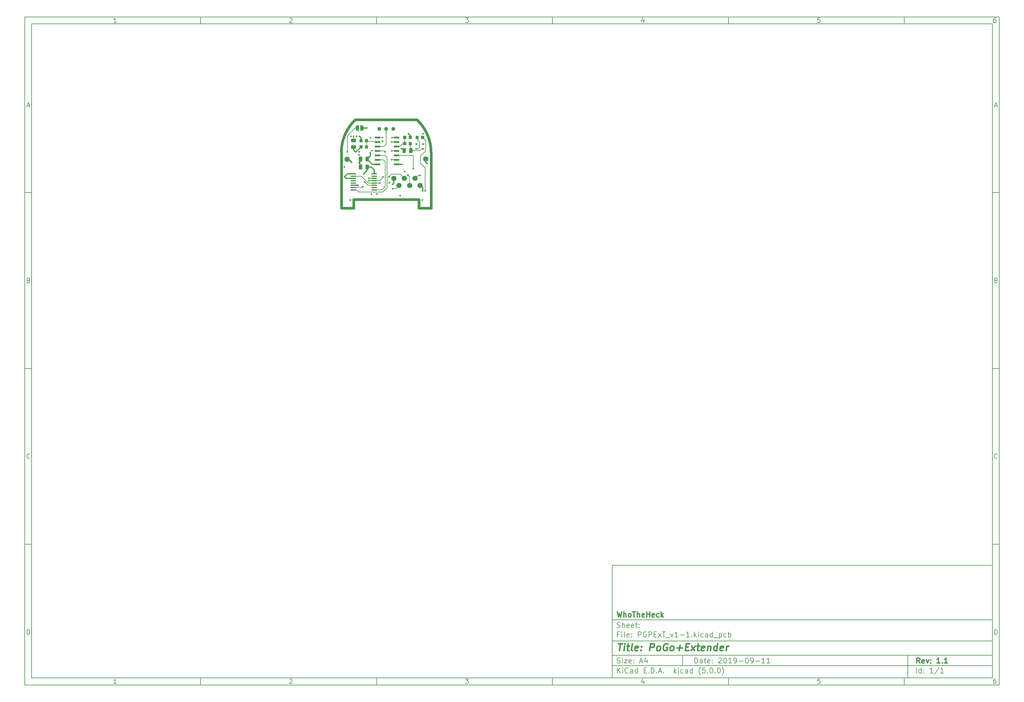
<source format=gbr>
G04 #@! TF.GenerationSoftware,KiCad,Pcbnew,(5.0.0)*
G04 #@! TF.CreationDate,2020-05-01T19:32:20+02:00*
G04 #@! TF.ProjectId,PGPExT_v1-1,5047504578545F76312D312E6B696361,1.1*
G04 #@! TF.SameCoordinates,Original*
G04 #@! TF.FileFunction,Copper,L4,Bot,Signal*
G04 #@! TF.FilePolarity,Positive*
%FSLAX46Y46*%
G04 Gerber Fmt 4.6, Leading zero omitted, Abs format (unit mm)*
G04 Created by KiCad (PCBNEW (5.0.0)) date 05/01/20 19:32:20*
%MOMM*%
%LPD*%
G01*
G04 APERTURE LIST*
%ADD10C,0.100000*%
%ADD11C,0.150000*%
%ADD12C,0.300000*%
%ADD13C,0.400000*%
G04 #@! TA.AperFunction,NonConductor*
%ADD14C,0.800000*%
G04 #@! TD*
G04 #@! TA.AperFunction,SMDPad,CuDef*
%ADD15R,0.650000X0.400000*%
G04 #@! TD*
G04 #@! TA.AperFunction,ComponentPad*
%ADD16C,1.100000*%
G04 #@! TD*
G04 #@! TA.AperFunction,Conductor*
%ADD17C,0.100000*%
G04 #@! TD*
G04 #@! TA.AperFunction,SMDPad,CuDef*
%ADD18C,0.975000*%
G04 #@! TD*
G04 #@! TA.AperFunction,SMDPad,CuDef*
%ADD19C,0.500000*%
G04 #@! TD*
G04 #@! TA.AperFunction,BGAPad,CuDef*
%ADD20C,1.500000*%
G04 #@! TD*
G04 #@! TA.AperFunction,SMDPad,CuDef*
%ADD21C,0.875000*%
G04 #@! TD*
G04 #@! TA.AperFunction,SMDPad,CuDef*
%ADD22R,1.500000X0.450000*%
G04 #@! TD*
G04 #@! TA.AperFunction,SMDPad,CuDef*
%ADD23R,1.500000X0.600000*%
G04 #@! TD*
G04 #@! TA.AperFunction,ViaPad*
%ADD24C,0.500000*%
G04 #@! TD*
G04 #@! TA.AperFunction,Conductor*
%ADD25C,0.300000*%
G04 #@! TD*
G04 #@! TA.AperFunction,Conductor*
%ADD26C,0.200000*%
G04 #@! TD*
G04 #@! TA.AperFunction,Conductor*
%ADD27C,0.150000*%
G04 #@! TD*
G04 APERTURE END LIST*
D10*
D11*
X177002200Y-166007200D02*
X177002200Y-198007200D01*
X285002200Y-198007200D01*
X285002200Y-166007200D01*
X177002200Y-166007200D01*
D10*
D11*
X10000000Y-10000000D02*
X10000000Y-200007200D01*
X287002200Y-200007200D01*
X287002200Y-10000000D01*
X10000000Y-10000000D01*
D10*
D11*
X12000000Y-12000000D02*
X12000000Y-198007200D01*
X285002200Y-198007200D01*
X285002200Y-12000000D01*
X12000000Y-12000000D01*
D10*
D11*
X60000000Y-12000000D02*
X60000000Y-10000000D01*
D10*
D11*
X110000000Y-12000000D02*
X110000000Y-10000000D01*
D10*
D11*
X160000000Y-12000000D02*
X160000000Y-10000000D01*
D10*
D11*
X210000000Y-12000000D02*
X210000000Y-10000000D01*
D10*
D11*
X260000000Y-12000000D02*
X260000000Y-10000000D01*
D10*
D11*
X36065476Y-11588095D02*
X35322619Y-11588095D01*
X35694047Y-11588095D02*
X35694047Y-10288095D01*
X35570238Y-10473809D01*
X35446428Y-10597619D01*
X35322619Y-10659523D01*
D10*
D11*
X85322619Y-10411904D02*
X85384523Y-10350000D01*
X85508333Y-10288095D01*
X85817857Y-10288095D01*
X85941666Y-10350000D01*
X86003571Y-10411904D01*
X86065476Y-10535714D01*
X86065476Y-10659523D01*
X86003571Y-10845238D01*
X85260714Y-11588095D01*
X86065476Y-11588095D01*
D10*
D11*
X135260714Y-10288095D02*
X136065476Y-10288095D01*
X135632142Y-10783333D01*
X135817857Y-10783333D01*
X135941666Y-10845238D01*
X136003571Y-10907142D01*
X136065476Y-11030952D01*
X136065476Y-11340476D01*
X136003571Y-11464285D01*
X135941666Y-11526190D01*
X135817857Y-11588095D01*
X135446428Y-11588095D01*
X135322619Y-11526190D01*
X135260714Y-11464285D01*
D10*
D11*
X185941666Y-10721428D02*
X185941666Y-11588095D01*
X185632142Y-10226190D02*
X185322619Y-11154761D01*
X186127380Y-11154761D01*
D10*
D11*
X236003571Y-10288095D02*
X235384523Y-10288095D01*
X235322619Y-10907142D01*
X235384523Y-10845238D01*
X235508333Y-10783333D01*
X235817857Y-10783333D01*
X235941666Y-10845238D01*
X236003571Y-10907142D01*
X236065476Y-11030952D01*
X236065476Y-11340476D01*
X236003571Y-11464285D01*
X235941666Y-11526190D01*
X235817857Y-11588095D01*
X235508333Y-11588095D01*
X235384523Y-11526190D01*
X235322619Y-11464285D01*
D10*
D11*
X285941666Y-10288095D02*
X285694047Y-10288095D01*
X285570238Y-10350000D01*
X285508333Y-10411904D01*
X285384523Y-10597619D01*
X285322619Y-10845238D01*
X285322619Y-11340476D01*
X285384523Y-11464285D01*
X285446428Y-11526190D01*
X285570238Y-11588095D01*
X285817857Y-11588095D01*
X285941666Y-11526190D01*
X286003571Y-11464285D01*
X286065476Y-11340476D01*
X286065476Y-11030952D01*
X286003571Y-10907142D01*
X285941666Y-10845238D01*
X285817857Y-10783333D01*
X285570238Y-10783333D01*
X285446428Y-10845238D01*
X285384523Y-10907142D01*
X285322619Y-11030952D01*
D10*
D11*
X60000000Y-198007200D02*
X60000000Y-200007200D01*
D10*
D11*
X110000000Y-198007200D02*
X110000000Y-200007200D01*
D10*
D11*
X160000000Y-198007200D02*
X160000000Y-200007200D01*
D10*
D11*
X210000000Y-198007200D02*
X210000000Y-200007200D01*
D10*
D11*
X260000000Y-198007200D02*
X260000000Y-200007200D01*
D10*
D11*
X36065476Y-199595295D02*
X35322619Y-199595295D01*
X35694047Y-199595295D02*
X35694047Y-198295295D01*
X35570238Y-198481009D01*
X35446428Y-198604819D01*
X35322619Y-198666723D01*
D10*
D11*
X85322619Y-198419104D02*
X85384523Y-198357200D01*
X85508333Y-198295295D01*
X85817857Y-198295295D01*
X85941666Y-198357200D01*
X86003571Y-198419104D01*
X86065476Y-198542914D01*
X86065476Y-198666723D01*
X86003571Y-198852438D01*
X85260714Y-199595295D01*
X86065476Y-199595295D01*
D10*
D11*
X135260714Y-198295295D02*
X136065476Y-198295295D01*
X135632142Y-198790533D01*
X135817857Y-198790533D01*
X135941666Y-198852438D01*
X136003571Y-198914342D01*
X136065476Y-199038152D01*
X136065476Y-199347676D01*
X136003571Y-199471485D01*
X135941666Y-199533390D01*
X135817857Y-199595295D01*
X135446428Y-199595295D01*
X135322619Y-199533390D01*
X135260714Y-199471485D01*
D10*
D11*
X185941666Y-198728628D02*
X185941666Y-199595295D01*
X185632142Y-198233390D02*
X185322619Y-199161961D01*
X186127380Y-199161961D01*
D10*
D11*
X236003571Y-198295295D02*
X235384523Y-198295295D01*
X235322619Y-198914342D01*
X235384523Y-198852438D01*
X235508333Y-198790533D01*
X235817857Y-198790533D01*
X235941666Y-198852438D01*
X236003571Y-198914342D01*
X236065476Y-199038152D01*
X236065476Y-199347676D01*
X236003571Y-199471485D01*
X235941666Y-199533390D01*
X235817857Y-199595295D01*
X235508333Y-199595295D01*
X235384523Y-199533390D01*
X235322619Y-199471485D01*
D10*
D11*
X285941666Y-198295295D02*
X285694047Y-198295295D01*
X285570238Y-198357200D01*
X285508333Y-198419104D01*
X285384523Y-198604819D01*
X285322619Y-198852438D01*
X285322619Y-199347676D01*
X285384523Y-199471485D01*
X285446428Y-199533390D01*
X285570238Y-199595295D01*
X285817857Y-199595295D01*
X285941666Y-199533390D01*
X286003571Y-199471485D01*
X286065476Y-199347676D01*
X286065476Y-199038152D01*
X286003571Y-198914342D01*
X285941666Y-198852438D01*
X285817857Y-198790533D01*
X285570238Y-198790533D01*
X285446428Y-198852438D01*
X285384523Y-198914342D01*
X285322619Y-199038152D01*
D10*
D11*
X10000000Y-60000000D02*
X12000000Y-60000000D01*
D10*
D11*
X10000000Y-110000000D02*
X12000000Y-110000000D01*
D10*
D11*
X10000000Y-160000000D02*
X12000000Y-160000000D01*
D10*
D11*
X10690476Y-35216666D02*
X11309523Y-35216666D01*
X10566666Y-35588095D02*
X11000000Y-34288095D01*
X11433333Y-35588095D01*
D10*
D11*
X11092857Y-84907142D02*
X11278571Y-84969047D01*
X11340476Y-85030952D01*
X11402380Y-85154761D01*
X11402380Y-85340476D01*
X11340476Y-85464285D01*
X11278571Y-85526190D01*
X11154761Y-85588095D01*
X10659523Y-85588095D01*
X10659523Y-84288095D01*
X11092857Y-84288095D01*
X11216666Y-84350000D01*
X11278571Y-84411904D01*
X11340476Y-84535714D01*
X11340476Y-84659523D01*
X11278571Y-84783333D01*
X11216666Y-84845238D01*
X11092857Y-84907142D01*
X10659523Y-84907142D01*
D10*
D11*
X11402380Y-135464285D02*
X11340476Y-135526190D01*
X11154761Y-135588095D01*
X11030952Y-135588095D01*
X10845238Y-135526190D01*
X10721428Y-135402380D01*
X10659523Y-135278571D01*
X10597619Y-135030952D01*
X10597619Y-134845238D01*
X10659523Y-134597619D01*
X10721428Y-134473809D01*
X10845238Y-134350000D01*
X11030952Y-134288095D01*
X11154761Y-134288095D01*
X11340476Y-134350000D01*
X11402380Y-134411904D01*
D10*
D11*
X10659523Y-185588095D02*
X10659523Y-184288095D01*
X10969047Y-184288095D01*
X11154761Y-184350000D01*
X11278571Y-184473809D01*
X11340476Y-184597619D01*
X11402380Y-184845238D01*
X11402380Y-185030952D01*
X11340476Y-185278571D01*
X11278571Y-185402380D01*
X11154761Y-185526190D01*
X10969047Y-185588095D01*
X10659523Y-185588095D01*
D10*
D11*
X287002200Y-60000000D02*
X285002200Y-60000000D01*
D10*
D11*
X287002200Y-110000000D02*
X285002200Y-110000000D01*
D10*
D11*
X287002200Y-160000000D02*
X285002200Y-160000000D01*
D10*
D11*
X285692676Y-35216666D02*
X286311723Y-35216666D01*
X285568866Y-35588095D02*
X286002200Y-34288095D01*
X286435533Y-35588095D01*
D10*
D11*
X286095057Y-84907142D02*
X286280771Y-84969047D01*
X286342676Y-85030952D01*
X286404580Y-85154761D01*
X286404580Y-85340476D01*
X286342676Y-85464285D01*
X286280771Y-85526190D01*
X286156961Y-85588095D01*
X285661723Y-85588095D01*
X285661723Y-84288095D01*
X286095057Y-84288095D01*
X286218866Y-84350000D01*
X286280771Y-84411904D01*
X286342676Y-84535714D01*
X286342676Y-84659523D01*
X286280771Y-84783333D01*
X286218866Y-84845238D01*
X286095057Y-84907142D01*
X285661723Y-84907142D01*
D10*
D11*
X286404580Y-135464285D02*
X286342676Y-135526190D01*
X286156961Y-135588095D01*
X286033152Y-135588095D01*
X285847438Y-135526190D01*
X285723628Y-135402380D01*
X285661723Y-135278571D01*
X285599819Y-135030952D01*
X285599819Y-134845238D01*
X285661723Y-134597619D01*
X285723628Y-134473809D01*
X285847438Y-134350000D01*
X286033152Y-134288095D01*
X286156961Y-134288095D01*
X286342676Y-134350000D01*
X286404580Y-134411904D01*
D10*
D11*
X285661723Y-185588095D02*
X285661723Y-184288095D01*
X285971247Y-184288095D01*
X286156961Y-184350000D01*
X286280771Y-184473809D01*
X286342676Y-184597619D01*
X286404580Y-184845238D01*
X286404580Y-185030952D01*
X286342676Y-185278571D01*
X286280771Y-185402380D01*
X286156961Y-185526190D01*
X285971247Y-185588095D01*
X285661723Y-185588095D01*
D10*
D11*
X200434342Y-193785771D02*
X200434342Y-192285771D01*
X200791485Y-192285771D01*
X201005771Y-192357200D01*
X201148628Y-192500057D01*
X201220057Y-192642914D01*
X201291485Y-192928628D01*
X201291485Y-193142914D01*
X201220057Y-193428628D01*
X201148628Y-193571485D01*
X201005771Y-193714342D01*
X200791485Y-193785771D01*
X200434342Y-193785771D01*
X202577200Y-193785771D02*
X202577200Y-193000057D01*
X202505771Y-192857200D01*
X202362914Y-192785771D01*
X202077200Y-192785771D01*
X201934342Y-192857200D01*
X202577200Y-193714342D02*
X202434342Y-193785771D01*
X202077200Y-193785771D01*
X201934342Y-193714342D01*
X201862914Y-193571485D01*
X201862914Y-193428628D01*
X201934342Y-193285771D01*
X202077200Y-193214342D01*
X202434342Y-193214342D01*
X202577200Y-193142914D01*
X203077200Y-192785771D02*
X203648628Y-192785771D01*
X203291485Y-192285771D02*
X203291485Y-193571485D01*
X203362914Y-193714342D01*
X203505771Y-193785771D01*
X203648628Y-193785771D01*
X204720057Y-193714342D02*
X204577200Y-193785771D01*
X204291485Y-193785771D01*
X204148628Y-193714342D01*
X204077200Y-193571485D01*
X204077200Y-193000057D01*
X204148628Y-192857200D01*
X204291485Y-192785771D01*
X204577200Y-192785771D01*
X204720057Y-192857200D01*
X204791485Y-193000057D01*
X204791485Y-193142914D01*
X204077200Y-193285771D01*
X205434342Y-193642914D02*
X205505771Y-193714342D01*
X205434342Y-193785771D01*
X205362914Y-193714342D01*
X205434342Y-193642914D01*
X205434342Y-193785771D01*
X205434342Y-192857200D02*
X205505771Y-192928628D01*
X205434342Y-193000057D01*
X205362914Y-192928628D01*
X205434342Y-192857200D01*
X205434342Y-193000057D01*
X207220057Y-192428628D02*
X207291485Y-192357200D01*
X207434342Y-192285771D01*
X207791485Y-192285771D01*
X207934342Y-192357200D01*
X208005771Y-192428628D01*
X208077200Y-192571485D01*
X208077200Y-192714342D01*
X208005771Y-192928628D01*
X207148628Y-193785771D01*
X208077200Y-193785771D01*
X209005771Y-192285771D02*
X209148628Y-192285771D01*
X209291485Y-192357200D01*
X209362914Y-192428628D01*
X209434342Y-192571485D01*
X209505771Y-192857200D01*
X209505771Y-193214342D01*
X209434342Y-193500057D01*
X209362914Y-193642914D01*
X209291485Y-193714342D01*
X209148628Y-193785771D01*
X209005771Y-193785771D01*
X208862914Y-193714342D01*
X208791485Y-193642914D01*
X208720057Y-193500057D01*
X208648628Y-193214342D01*
X208648628Y-192857200D01*
X208720057Y-192571485D01*
X208791485Y-192428628D01*
X208862914Y-192357200D01*
X209005771Y-192285771D01*
X210934342Y-193785771D02*
X210077200Y-193785771D01*
X210505771Y-193785771D02*
X210505771Y-192285771D01*
X210362914Y-192500057D01*
X210220057Y-192642914D01*
X210077200Y-192714342D01*
X211648628Y-193785771D02*
X211934342Y-193785771D01*
X212077200Y-193714342D01*
X212148628Y-193642914D01*
X212291485Y-193428628D01*
X212362914Y-193142914D01*
X212362914Y-192571485D01*
X212291485Y-192428628D01*
X212220057Y-192357200D01*
X212077200Y-192285771D01*
X211791485Y-192285771D01*
X211648628Y-192357200D01*
X211577200Y-192428628D01*
X211505771Y-192571485D01*
X211505771Y-192928628D01*
X211577200Y-193071485D01*
X211648628Y-193142914D01*
X211791485Y-193214342D01*
X212077200Y-193214342D01*
X212220057Y-193142914D01*
X212291485Y-193071485D01*
X212362914Y-192928628D01*
X213005771Y-193214342D02*
X214148628Y-193214342D01*
X215148628Y-192285771D02*
X215291485Y-192285771D01*
X215434342Y-192357200D01*
X215505771Y-192428628D01*
X215577200Y-192571485D01*
X215648628Y-192857200D01*
X215648628Y-193214342D01*
X215577200Y-193500057D01*
X215505771Y-193642914D01*
X215434342Y-193714342D01*
X215291485Y-193785771D01*
X215148628Y-193785771D01*
X215005771Y-193714342D01*
X214934342Y-193642914D01*
X214862914Y-193500057D01*
X214791485Y-193214342D01*
X214791485Y-192857200D01*
X214862914Y-192571485D01*
X214934342Y-192428628D01*
X215005771Y-192357200D01*
X215148628Y-192285771D01*
X216362914Y-193785771D02*
X216648628Y-193785771D01*
X216791485Y-193714342D01*
X216862914Y-193642914D01*
X217005771Y-193428628D01*
X217077200Y-193142914D01*
X217077200Y-192571485D01*
X217005771Y-192428628D01*
X216934342Y-192357200D01*
X216791485Y-192285771D01*
X216505771Y-192285771D01*
X216362914Y-192357200D01*
X216291485Y-192428628D01*
X216220057Y-192571485D01*
X216220057Y-192928628D01*
X216291485Y-193071485D01*
X216362914Y-193142914D01*
X216505771Y-193214342D01*
X216791485Y-193214342D01*
X216934342Y-193142914D01*
X217005771Y-193071485D01*
X217077200Y-192928628D01*
X217720057Y-193214342D02*
X218862914Y-193214342D01*
X220362914Y-193785771D02*
X219505771Y-193785771D01*
X219934342Y-193785771D02*
X219934342Y-192285771D01*
X219791485Y-192500057D01*
X219648628Y-192642914D01*
X219505771Y-192714342D01*
X221791485Y-193785771D02*
X220934342Y-193785771D01*
X221362914Y-193785771D02*
X221362914Y-192285771D01*
X221220057Y-192500057D01*
X221077200Y-192642914D01*
X220934342Y-192714342D01*
D10*
D11*
X177002200Y-194507200D02*
X285002200Y-194507200D01*
D10*
D11*
X178434342Y-196585771D02*
X178434342Y-195085771D01*
X179291485Y-196585771D02*
X178648628Y-195728628D01*
X179291485Y-195085771D02*
X178434342Y-195942914D01*
X179934342Y-196585771D02*
X179934342Y-195585771D01*
X179934342Y-195085771D02*
X179862914Y-195157200D01*
X179934342Y-195228628D01*
X180005771Y-195157200D01*
X179934342Y-195085771D01*
X179934342Y-195228628D01*
X181505771Y-196442914D02*
X181434342Y-196514342D01*
X181220057Y-196585771D01*
X181077200Y-196585771D01*
X180862914Y-196514342D01*
X180720057Y-196371485D01*
X180648628Y-196228628D01*
X180577200Y-195942914D01*
X180577200Y-195728628D01*
X180648628Y-195442914D01*
X180720057Y-195300057D01*
X180862914Y-195157200D01*
X181077200Y-195085771D01*
X181220057Y-195085771D01*
X181434342Y-195157200D01*
X181505771Y-195228628D01*
X182791485Y-196585771D02*
X182791485Y-195800057D01*
X182720057Y-195657200D01*
X182577200Y-195585771D01*
X182291485Y-195585771D01*
X182148628Y-195657200D01*
X182791485Y-196514342D02*
X182648628Y-196585771D01*
X182291485Y-196585771D01*
X182148628Y-196514342D01*
X182077200Y-196371485D01*
X182077200Y-196228628D01*
X182148628Y-196085771D01*
X182291485Y-196014342D01*
X182648628Y-196014342D01*
X182791485Y-195942914D01*
X184148628Y-196585771D02*
X184148628Y-195085771D01*
X184148628Y-196514342D02*
X184005771Y-196585771D01*
X183720057Y-196585771D01*
X183577200Y-196514342D01*
X183505771Y-196442914D01*
X183434342Y-196300057D01*
X183434342Y-195871485D01*
X183505771Y-195728628D01*
X183577200Y-195657200D01*
X183720057Y-195585771D01*
X184005771Y-195585771D01*
X184148628Y-195657200D01*
X186005771Y-195800057D02*
X186505771Y-195800057D01*
X186720057Y-196585771D02*
X186005771Y-196585771D01*
X186005771Y-195085771D01*
X186720057Y-195085771D01*
X187362914Y-196442914D02*
X187434342Y-196514342D01*
X187362914Y-196585771D01*
X187291485Y-196514342D01*
X187362914Y-196442914D01*
X187362914Y-196585771D01*
X188077200Y-196585771D02*
X188077200Y-195085771D01*
X188434342Y-195085771D01*
X188648628Y-195157200D01*
X188791485Y-195300057D01*
X188862914Y-195442914D01*
X188934342Y-195728628D01*
X188934342Y-195942914D01*
X188862914Y-196228628D01*
X188791485Y-196371485D01*
X188648628Y-196514342D01*
X188434342Y-196585771D01*
X188077200Y-196585771D01*
X189577200Y-196442914D02*
X189648628Y-196514342D01*
X189577200Y-196585771D01*
X189505771Y-196514342D01*
X189577200Y-196442914D01*
X189577200Y-196585771D01*
X190220057Y-196157200D02*
X190934342Y-196157200D01*
X190077200Y-196585771D02*
X190577200Y-195085771D01*
X191077200Y-196585771D01*
X191577200Y-196442914D02*
X191648628Y-196514342D01*
X191577200Y-196585771D01*
X191505771Y-196514342D01*
X191577200Y-196442914D01*
X191577200Y-196585771D01*
X194577200Y-196585771D02*
X194577200Y-195085771D01*
X194720057Y-196014342D02*
X195148628Y-196585771D01*
X195148628Y-195585771D02*
X194577200Y-196157200D01*
X195791485Y-196585771D02*
X195791485Y-195585771D01*
X195791485Y-195085771D02*
X195720057Y-195157200D01*
X195791485Y-195228628D01*
X195862914Y-195157200D01*
X195791485Y-195085771D01*
X195791485Y-195228628D01*
X197148628Y-196514342D02*
X197005771Y-196585771D01*
X196720057Y-196585771D01*
X196577200Y-196514342D01*
X196505771Y-196442914D01*
X196434342Y-196300057D01*
X196434342Y-195871485D01*
X196505771Y-195728628D01*
X196577200Y-195657200D01*
X196720057Y-195585771D01*
X197005771Y-195585771D01*
X197148628Y-195657200D01*
X198434342Y-196585771D02*
X198434342Y-195800057D01*
X198362914Y-195657200D01*
X198220057Y-195585771D01*
X197934342Y-195585771D01*
X197791485Y-195657200D01*
X198434342Y-196514342D02*
X198291485Y-196585771D01*
X197934342Y-196585771D01*
X197791485Y-196514342D01*
X197720057Y-196371485D01*
X197720057Y-196228628D01*
X197791485Y-196085771D01*
X197934342Y-196014342D01*
X198291485Y-196014342D01*
X198434342Y-195942914D01*
X199791485Y-196585771D02*
X199791485Y-195085771D01*
X199791485Y-196514342D02*
X199648628Y-196585771D01*
X199362914Y-196585771D01*
X199220057Y-196514342D01*
X199148628Y-196442914D01*
X199077200Y-196300057D01*
X199077200Y-195871485D01*
X199148628Y-195728628D01*
X199220057Y-195657200D01*
X199362914Y-195585771D01*
X199648628Y-195585771D01*
X199791485Y-195657200D01*
X202077200Y-197157200D02*
X202005771Y-197085771D01*
X201862914Y-196871485D01*
X201791485Y-196728628D01*
X201720057Y-196514342D01*
X201648628Y-196157200D01*
X201648628Y-195871485D01*
X201720057Y-195514342D01*
X201791485Y-195300057D01*
X201862914Y-195157200D01*
X202005771Y-194942914D01*
X202077200Y-194871485D01*
X203362914Y-195085771D02*
X202648628Y-195085771D01*
X202577200Y-195800057D01*
X202648628Y-195728628D01*
X202791485Y-195657200D01*
X203148628Y-195657200D01*
X203291485Y-195728628D01*
X203362914Y-195800057D01*
X203434342Y-195942914D01*
X203434342Y-196300057D01*
X203362914Y-196442914D01*
X203291485Y-196514342D01*
X203148628Y-196585771D01*
X202791485Y-196585771D01*
X202648628Y-196514342D01*
X202577200Y-196442914D01*
X204077200Y-196442914D02*
X204148628Y-196514342D01*
X204077200Y-196585771D01*
X204005771Y-196514342D01*
X204077200Y-196442914D01*
X204077200Y-196585771D01*
X205077200Y-195085771D02*
X205220057Y-195085771D01*
X205362914Y-195157200D01*
X205434342Y-195228628D01*
X205505771Y-195371485D01*
X205577200Y-195657200D01*
X205577200Y-196014342D01*
X205505771Y-196300057D01*
X205434342Y-196442914D01*
X205362914Y-196514342D01*
X205220057Y-196585771D01*
X205077200Y-196585771D01*
X204934342Y-196514342D01*
X204862914Y-196442914D01*
X204791485Y-196300057D01*
X204720057Y-196014342D01*
X204720057Y-195657200D01*
X204791485Y-195371485D01*
X204862914Y-195228628D01*
X204934342Y-195157200D01*
X205077200Y-195085771D01*
X206220057Y-196442914D02*
X206291485Y-196514342D01*
X206220057Y-196585771D01*
X206148628Y-196514342D01*
X206220057Y-196442914D01*
X206220057Y-196585771D01*
X207220057Y-195085771D02*
X207362914Y-195085771D01*
X207505771Y-195157200D01*
X207577200Y-195228628D01*
X207648628Y-195371485D01*
X207720057Y-195657200D01*
X207720057Y-196014342D01*
X207648628Y-196300057D01*
X207577200Y-196442914D01*
X207505771Y-196514342D01*
X207362914Y-196585771D01*
X207220057Y-196585771D01*
X207077200Y-196514342D01*
X207005771Y-196442914D01*
X206934342Y-196300057D01*
X206862914Y-196014342D01*
X206862914Y-195657200D01*
X206934342Y-195371485D01*
X207005771Y-195228628D01*
X207077200Y-195157200D01*
X207220057Y-195085771D01*
X208220057Y-197157200D02*
X208291485Y-197085771D01*
X208434342Y-196871485D01*
X208505771Y-196728628D01*
X208577200Y-196514342D01*
X208648628Y-196157200D01*
X208648628Y-195871485D01*
X208577200Y-195514342D01*
X208505771Y-195300057D01*
X208434342Y-195157200D01*
X208291485Y-194942914D01*
X208220057Y-194871485D01*
D10*
D11*
X177002200Y-191507200D02*
X285002200Y-191507200D01*
D10*
D12*
X264411485Y-193785771D02*
X263911485Y-193071485D01*
X263554342Y-193785771D02*
X263554342Y-192285771D01*
X264125771Y-192285771D01*
X264268628Y-192357200D01*
X264340057Y-192428628D01*
X264411485Y-192571485D01*
X264411485Y-192785771D01*
X264340057Y-192928628D01*
X264268628Y-193000057D01*
X264125771Y-193071485D01*
X263554342Y-193071485D01*
X265625771Y-193714342D02*
X265482914Y-193785771D01*
X265197200Y-193785771D01*
X265054342Y-193714342D01*
X264982914Y-193571485D01*
X264982914Y-193000057D01*
X265054342Y-192857200D01*
X265197200Y-192785771D01*
X265482914Y-192785771D01*
X265625771Y-192857200D01*
X265697200Y-193000057D01*
X265697200Y-193142914D01*
X264982914Y-193285771D01*
X266197200Y-192785771D02*
X266554342Y-193785771D01*
X266911485Y-192785771D01*
X267482914Y-193642914D02*
X267554342Y-193714342D01*
X267482914Y-193785771D01*
X267411485Y-193714342D01*
X267482914Y-193642914D01*
X267482914Y-193785771D01*
X267482914Y-192857200D02*
X267554342Y-192928628D01*
X267482914Y-193000057D01*
X267411485Y-192928628D01*
X267482914Y-192857200D01*
X267482914Y-193000057D01*
X270125771Y-193785771D02*
X269268628Y-193785771D01*
X269697200Y-193785771D02*
X269697200Y-192285771D01*
X269554342Y-192500057D01*
X269411485Y-192642914D01*
X269268628Y-192714342D01*
X270768628Y-193642914D02*
X270840057Y-193714342D01*
X270768628Y-193785771D01*
X270697200Y-193714342D01*
X270768628Y-193642914D01*
X270768628Y-193785771D01*
X272268628Y-193785771D02*
X271411485Y-193785771D01*
X271840057Y-193785771D02*
X271840057Y-192285771D01*
X271697200Y-192500057D01*
X271554342Y-192642914D01*
X271411485Y-192714342D01*
D10*
D11*
X178362914Y-193714342D02*
X178577200Y-193785771D01*
X178934342Y-193785771D01*
X179077200Y-193714342D01*
X179148628Y-193642914D01*
X179220057Y-193500057D01*
X179220057Y-193357200D01*
X179148628Y-193214342D01*
X179077200Y-193142914D01*
X178934342Y-193071485D01*
X178648628Y-193000057D01*
X178505771Y-192928628D01*
X178434342Y-192857200D01*
X178362914Y-192714342D01*
X178362914Y-192571485D01*
X178434342Y-192428628D01*
X178505771Y-192357200D01*
X178648628Y-192285771D01*
X179005771Y-192285771D01*
X179220057Y-192357200D01*
X179862914Y-193785771D02*
X179862914Y-192785771D01*
X179862914Y-192285771D02*
X179791485Y-192357200D01*
X179862914Y-192428628D01*
X179934342Y-192357200D01*
X179862914Y-192285771D01*
X179862914Y-192428628D01*
X180434342Y-192785771D02*
X181220057Y-192785771D01*
X180434342Y-193785771D01*
X181220057Y-193785771D01*
X182362914Y-193714342D02*
X182220057Y-193785771D01*
X181934342Y-193785771D01*
X181791485Y-193714342D01*
X181720057Y-193571485D01*
X181720057Y-193000057D01*
X181791485Y-192857200D01*
X181934342Y-192785771D01*
X182220057Y-192785771D01*
X182362914Y-192857200D01*
X182434342Y-193000057D01*
X182434342Y-193142914D01*
X181720057Y-193285771D01*
X183077200Y-193642914D02*
X183148628Y-193714342D01*
X183077200Y-193785771D01*
X183005771Y-193714342D01*
X183077200Y-193642914D01*
X183077200Y-193785771D01*
X183077200Y-192857200D02*
X183148628Y-192928628D01*
X183077200Y-193000057D01*
X183005771Y-192928628D01*
X183077200Y-192857200D01*
X183077200Y-193000057D01*
X184862914Y-193357200D02*
X185577200Y-193357200D01*
X184720057Y-193785771D02*
X185220057Y-192285771D01*
X185720057Y-193785771D01*
X186862914Y-192785771D02*
X186862914Y-193785771D01*
X186505771Y-192214342D02*
X186148628Y-193285771D01*
X187077200Y-193285771D01*
D10*
D11*
X263434342Y-196585771D02*
X263434342Y-195085771D01*
X264791485Y-196585771D02*
X264791485Y-195085771D01*
X264791485Y-196514342D02*
X264648628Y-196585771D01*
X264362914Y-196585771D01*
X264220057Y-196514342D01*
X264148628Y-196442914D01*
X264077200Y-196300057D01*
X264077200Y-195871485D01*
X264148628Y-195728628D01*
X264220057Y-195657200D01*
X264362914Y-195585771D01*
X264648628Y-195585771D01*
X264791485Y-195657200D01*
X265505771Y-196442914D02*
X265577200Y-196514342D01*
X265505771Y-196585771D01*
X265434342Y-196514342D01*
X265505771Y-196442914D01*
X265505771Y-196585771D01*
X265505771Y-195657200D02*
X265577200Y-195728628D01*
X265505771Y-195800057D01*
X265434342Y-195728628D01*
X265505771Y-195657200D01*
X265505771Y-195800057D01*
X268148628Y-196585771D02*
X267291485Y-196585771D01*
X267720057Y-196585771D02*
X267720057Y-195085771D01*
X267577200Y-195300057D01*
X267434342Y-195442914D01*
X267291485Y-195514342D01*
X269862914Y-195014342D02*
X268577200Y-196942914D01*
X271148628Y-196585771D02*
X270291485Y-196585771D01*
X270720057Y-196585771D02*
X270720057Y-195085771D01*
X270577200Y-195300057D01*
X270434342Y-195442914D01*
X270291485Y-195514342D01*
D10*
D11*
X177002200Y-187507200D02*
X285002200Y-187507200D01*
D10*
D13*
X178714580Y-188211961D02*
X179857438Y-188211961D01*
X179036009Y-190211961D02*
X179286009Y-188211961D01*
X180274104Y-190211961D02*
X180440771Y-188878628D01*
X180524104Y-188211961D02*
X180416961Y-188307200D01*
X180500295Y-188402438D01*
X180607438Y-188307200D01*
X180524104Y-188211961D01*
X180500295Y-188402438D01*
X181107438Y-188878628D02*
X181869342Y-188878628D01*
X181476485Y-188211961D02*
X181262200Y-189926247D01*
X181333628Y-190116723D01*
X181512200Y-190211961D01*
X181702676Y-190211961D01*
X182655057Y-190211961D02*
X182476485Y-190116723D01*
X182405057Y-189926247D01*
X182619342Y-188211961D01*
X184190771Y-190116723D02*
X183988390Y-190211961D01*
X183607438Y-190211961D01*
X183428866Y-190116723D01*
X183357438Y-189926247D01*
X183452676Y-189164342D01*
X183571723Y-188973866D01*
X183774104Y-188878628D01*
X184155057Y-188878628D01*
X184333628Y-188973866D01*
X184405057Y-189164342D01*
X184381247Y-189354819D01*
X183405057Y-189545295D01*
X185155057Y-190021485D02*
X185238390Y-190116723D01*
X185131247Y-190211961D01*
X185047914Y-190116723D01*
X185155057Y-190021485D01*
X185131247Y-190211961D01*
X185286009Y-188973866D02*
X185369342Y-189069104D01*
X185262200Y-189164342D01*
X185178866Y-189069104D01*
X185286009Y-188973866D01*
X185262200Y-189164342D01*
X187607438Y-190211961D02*
X187857438Y-188211961D01*
X188619342Y-188211961D01*
X188797914Y-188307200D01*
X188881247Y-188402438D01*
X188952676Y-188592914D01*
X188916961Y-188878628D01*
X188797914Y-189069104D01*
X188690771Y-189164342D01*
X188488390Y-189259580D01*
X187726485Y-189259580D01*
X189893152Y-190211961D02*
X189714580Y-190116723D01*
X189631247Y-190021485D01*
X189559819Y-189831009D01*
X189631247Y-189259580D01*
X189750295Y-189069104D01*
X189857438Y-188973866D01*
X190059819Y-188878628D01*
X190345533Y-188878628D01*
X190524104Y-188973866D01*
X190607438Y-189069104D01*
X190678866Y-189259580D01*
X190607438Y-189831009D01*
X190488390Y-190021485D01*
X190381247Y-190116723D01*
X190178866Y-190211961D01*
X189893152Y-190211961D01*
X192702676Y-188307200D02*
X192524104Y-188211961D01*
X192238390Y-188211961D01*
X191940771Y-188307200D01*
X191726485Y-188497676D01*
X191607438Y-188688152D01*
X191464580Y-189069104D01*
X191428866Y-189354819D01*
X191476485Y-189735771D01*
X191547914Y-189926247D01*
X191714580Y-190116723D01*
X191988390Y-190211961D01*
X192178866Y-190211961D01*
X192476485Y-190116723D01*
X192583628Y-190021485D01*
X192666961Y-189354819D01*
X192286009Y-189354819D01*
X193702676Y-190211961D02*
X193524104Y-190116723D01*
X193440771Y-190021485D01*
X193369342Y-189831009D01*
X193440771Y-189259580D01*
X193559819Y-189069104D01*
X193666961Y-188973866D01*
X193869342Y-188878628D01*
X194155057Y-188878628D01*
X194333628Y-188973866D01*
X194416961Y-189069104D01*
X194488390Y-189259580D01*
X194416961Y-189831009D01*
X194297914Y-190021485D01*
X194190771Y-190116723D01*
X193988390Y-190211961D01*
X193702676Y-190211961D01*
X195321723Y-189450057D02*
X196845533Y-189450057D01*
X195988390Y-190211961D02*
X196178866Y-188688152D01*
X197833628Y-189164342D02*
X198500295Y-189164342D01*
X198655057Y-190211961D02*
X197702676Y-190211961D01*
X197952676Y-188211961D01*
X198905057Y-188211961D01*
X199321723Y-190211961D02*
X200536009Y-188878628D01*
X199488390Y-188878628D02*
X200369342Y-190211961D01*
X201012200Y-188878628D02*
X201774104Y-188878628D01*
X201381247Y-188211961D02*
X201166961Y-189926247D01*
X201238390Y-190116723D01*
X201416961Y-190211961D01*
X201607438Y-190211961D01*
X203047914Y-190116723D02*
X202845533Y-190211961D01*
X202464580Y-190211961D01*
X202286009Y-190116723D01*
X202214580Y-189926247D01*
X202309819Y-189164342D01*
X202428866Y-188973866D01*
X202631247Y-188878628D01*
X203012200Y-188878628D01*
X203190771Y-188973866D01*
X203262200Y-189164342D01*
X203238390Y-189354819D01*
X202262200Y-189545295D01*
X204155057Y-188878628D02*
X203988390Y-190211961D01*
X204131247Y-189069104D02*
X204238390Y-188973866D01*
X204440771Y-188878628D01*
X204726485Y-188878628D01*
X204905057Y-188973866D01*
X204976485Y-189164342D01*
X204845533Y-190211961D01*
X206655057Y-190211961D02*
X206905057Y-188211961D01*
X206666961Y-190116723D02*
X206464580Y-190211961D01*
X206083628Y-190211961D01*
X205905057Y-190116723D01*
X205821723Y-190021485D01*
X205750295Y-189831009D01*
X205821723Y-189259580D01*
X205940771Y-189069104D01*
X206047914Y-188973866D01*
X206250295Y-188878628D01*
X206631247Y-188878628D01*
X206809819Y-188973866D01*
X208381247Y-190116723D02*
X208178866Y-190211961D01*
X207797914Y-190211961D01*
X207619342Y-190116723D01*
X207547914Y-189926247D01*
X207643152Y-189164342D01*
X207762200Y-188973866D01*
X207964580Y-188878628D01*
X208345533Y-188878628D01*
X208524104Y-188973866D01*
X208595533Y-189164342D01*
X208571723Y-189354819D01*
X207595533Y-189545295D01*
X209321723Y-190211961D02*
X209488390Y-188878628D01*
X209440771Y-189259580D02*
X209559819Y-189069104D01*
X209666961Y-188973866D01*
X209869342Y-188878628D01*
X210059819Y-188878628D01*
D10*
D11*
X178934342Y-185600057D02*
X178434342Y-185600057D01*
X178434342Y-186385771D02*
X178434342Y-184885771D01*
X179148628Y-184885771D01*
X179720057Y-186385771D02*
X179720057Y-185385771D01*
X179720057Y-184885771D02*
X179648628Y-184957200D01*
X179720057Y-185028628D01*
X179791485Y-184957200D01*
X179720057Y-184885771D01*
X179720057Y-185028628D01*
X180648628Y-186385771D02*
X180505771Y-186314342D01*
X180434342Y-186171485D01*
X180434342Y-184885771D01*
X181791485Y-186314342D02*
X181648628Y-186385771D01*
X181362914Y-186385771D01*
X181220057Y-186314342D01*
X181148628Y-186171485D01*
X181148628Y-185600057D01*
X181220057Y-185457200D01*
X181362914Y-185385771D01*
X181648628Y-185385771D01*
X181791485Y-185457200D01*
X181862914Y-185600057D01*
X181862914Y-185742914D01*
X181148628Y-185885771D01*
X182505771Y-186242914D02*
X182577200Y-186314342D01*
X182505771Y-186385771D01*
X182434342Y-186314342D01*
X182505771Y-186242914D01*
X182505771Y-186385771D01*
X182505771Y-185457200D02*
X182577200Y-185528628D01*
X182505771Y-185600057D01*
X182434342Y-185528628D01*
X182505771Y-185457200D01*
X182505771Y-185600057D01*
X184362914Y-186385771D02*
X184362914Y-184885771D01*
X184934342Y-184885771D01*
X185077200Y-184957200D01*
X185148628Y-185028628D01*
X185220057Y-185171485D01*
X185220057Y-185385771D01*
X185148628Y-185528628D01*
X185077200Y-185600057D01*
X184934342Y-185671485D01*
X184362914Y-185671485D01*
X186648628Y-184957200D02*
X186505771Y-184885771D01*
X186291485Y-184885771D01*
X186077200Y-184957200D01*
X185934342Y-185100057D01*
X185862914Y-185242914D01*
X185791485Y-185528628D01*
X185791485Y-185742914D01*
X185862914Y-186028628D01*
X185934342Y-186171485D01*
X186077200Y-186314342D01*
X186291485Y-186385771D01*
X186434342Y-186385771D01*
X186648628Y-186314342D01*
X186720057Y-186242914D01*
X186720057Y-185742914D01*
X186434342Y-185742914D01*
X187362914Y-186385771D02*
X187362914Y-184885771D01*
X187934342Y-184885771D01*
X188077200Y-184957200D01*
X188148628Y-185028628D01*
X188220057Y-185171485D01*
X188220057Y-185385771D01*
X188148628Y-185528628D01*
X188077200Y-185600057D01*
X187934342Y-185671485D01*
X187362914Y-185671485D01*
X188862914Y-185600057D02*
X189362914Y-185600057D01*
X189577200Y-186385771D02*
X188862914Y-186385771D01*
X188862914Y-184885771D01*
X189577200Y-184885771D01*
X190077200Y-186385771D02*
X190862914Y-185385771D01*
X190077200Y-185385771D02*
X190862914Y-186385771D01*
X191220057Y-184885771D02*
X192077200Y-184885771D01*
X191648628Y-186385771D02*
X191648628Y-184885771D01*
X192220057Y-186528628D02*
X193362914Y-186528628D01*
X193577200Y-185385771D02*
X193934342Y-186385771D01*
X194291485Y-185385771D01*
X195648628Y-186385771D02*
X194791485Y-186385771D01*
X195220057Y-186385771D02*
X195220057Y-184885771D01*
X195077200Y-185100057D01*
X194934342Y-185242914D01*
X194791485Y-185314342D01*
X196291485Y-185814342D02*
X197434342Y-185814342D01*
X198934342Y-186385771D02*
X198077200Y-186385771D01*
X198505771Y-186385771D02*
X198505771Y-184885771D01*
X198362914Y-185100057D01*
X198220057Y-185242914D01*
X198077200Y-185314342D01*
X199577200Y-186242914D02*
X199648628Y-186314342D01*
X199577200Y-186385771D01*
X199505771Y-186314342D01*
X199577200Y-186242914D01*
X199577200Y-186385771D01*
X200291485Y-186385771D02*
X200291485Y-184885771D01*
X200434342Y-185814342D02*
X200862914Y-186385771D01*
X200862914Y-185385771D02*
X200291485Y-185957200D01*
X201505771Y-186385771D02*
X201505771Y-185385771D01*
X201505771Y-184885771D02*
X201434342Y-184957200D01*
X201505771Y-185028628D01*
X201577200Y-184957200D01*
X201505771Y-184885771D01*
X201505771Y-185028628D01*
X202862914Y-186314342D02*
X202720057Y-186385771D01*
X202434342Y-186385771D01*
X202291485Y-186314342D01*
X202220057Y-186242914D01*
X202148628Y-186100057D01*
X202148628Y-185671485D01*
X202220057Y-185528628D01*
X202291485Y-185457200D01*
X202434342Y-185385771D01*
X202720057Y-185385771D01*
X202862914Y-185457200D01*
X204148628Y-186385771D02*
X204148628Y-185600057D01*
X204077200Y-185457200D01*
X203934342Y-185385771D01*
X203648628Y-185385771D01*
X203505771Y-185457200D01*
X204148628Y-186314342D02*
X204005771Y-186385771D01*
X203648628Y-186385771D01*
X203505771Y-186314342D01*
X203434342Y-186171485D01*
X203434342Y-186028628D01*
X203505771Y-185885771D01*
X203648628Y-185814342D01*
X204005771Y-185814342D01*
X204148628Y-185742914D01*
X205505771Y-186385771D02*
X205505771Y-184885771D01*
X205505771Y-186314342D02*
X205362914Y-186385771D01*
X205077200Y-186385771D01*
X204934342Y-186314342D01*
X204862914Y-186242914D01*
X204791485Y-186100057D01*
X204791485Y-185671485D01*
X204862914Y-185528628D01*
X204934342Y-185457200D01*
X205077200Y-185385771D01*
X205362914Y-185385771D01*
X205505771Y-185457200D01*
X205862914Y-186528628D02*
X207005771Y-186528628D01*
X207362914Y-185385771D02*
X207362914Y-186885771D01*
X207362914Y-185457200D02*
X207505771Y-185385771D01*
X207791485Y-185385771D01*
X207934342Y-185457200D01*
X208005771Y-185528628D01*
X208077200Y-185671485D01*
X208077200Y-186100057D01*
X208005771Y-186242914D01*
X207934342Y-186314342D01*
X207791485Y-186385771D01*
X207505771Y-186385771D01*
X207362914Y-186314342D01*
X209362914Y-186314342D02*
X209220057Y-186385771D01*
X208934342Y-186385771D01*
X208791485Y-186314342D01*
X208720057Y-186242914D01*
X208648628Y-186100057D01*
X208648628Y-185671485D01*
X208720057Y-185528628D01*
X208791485Y-185457200D01*
X208934342Y-185385771D01*
X209220057Y-185385771D01*
X209362914Y-185457200D01*
X210005771Y-186385771D02*
X210005771Y-184885771D01*
X210005771Y-185457200D02*
X210148628Y-185385771D01*
X210434342Y-185385771D01*
X210577200Y-185457200D01*
X210648628Y-185528628D01*
X210720057Y-185671485D01*
X210720057Y-186100057D01*
X210648628Y-186242914D01*
X210577200Y-186314342D01*
X210434342Y-186385771D01*
X210148628Y-186385771D01*
X210005771Y-186314342D01*
D10*
D11*
X177002200Y-181507200D02*
X285002200Y-181507200D01*
D10*
D11*
X178362914Y-183614342D02*
X178577200Y-183685771D01*
X178934342Y-183685771D01*
X179077200Y-183614342D01*
X179148628Y-183542914D01*
X179220057Y-183400057D01*
X179220057Y-183257200D01*
X179148628Y-183114342D01*
X179077200Y-183042914D01*
X178934342Y-182971485D01*
X178648628Y-182900057D01*
X178505771Y-182828628D01*
X178434342Y-182757200D01*
X178362914Y-182614342D01*
X178362914Y-182471485D01*
X178434342Y-182328628D01*
X178505771Y-182257200D01*
X178648628Y-182185771D01*
X179005771Y-182185771D01*
X179220057Y-182257200D01*
X179862914Y-183685771D02*
X179862914Y-182185771D01*
X180505771Y-183685771D02*
X180505771Y-182900057D01*
X180434342Y-182757200D01*
X180291485Y-182685771D01*
X180077200Y-182685771D01*
X179934342Y-182757200D01*
X179862914Y-182828628D01*
X181791485Y-183614342D02*
X181648628Y-183685771D01*
X181362914Y-183685771D01*
X181220057Y-183614342D01*
X181148628Y-183471485D01*
X181148628Y-182900057D01*
X181220057Y-182757200D01*
X181362914Y-182685771D01*
X181648628Y-182685771D01*
X181791485Y-182757200D01*
X181862914Y-182900057D01*
X181862914Y-183042914D01*
X181148628Y-183185771D01*
X183077200Y-183614342D02*
X182934342Y-183685771D01*
X182648628Y-183685771D01*
X182505771Y-183614342D01*
X182434342Y-183471485D01*
X182434342Y-182900057D01*
X182505771Y-182757200D01*
X182648628Y-182685771D01*
X182934342Y-182685771D01*
X183077200Y-182757200D01*
X183148628Y-182900057D01*
X183148628Y-183042914D01*
X182434342Y-183185771D01*
X183577200Y-182685771D02*
X184148628Y-182685771D01*
X183791485Y-182185771D02*
X183791485Y-183471485D01*
X183862914Y-183614342D01*
X184005771Y-183685771D01*
X184148628Y-183685771D01*
X184648628Y-183542914D02*
X184720057Y-183614342D01*
X184648628Y-183685771D01*
X184577200Y-183614342D01*
X184648628Y-183542914D01*
X184648628Y-183685771D01*
X184648628Y-182757200D02*
X184720057Y-182828628D01*
X184648628Y-182900057D01*
X184577200Y-182828628D01*
X184648628Y-182757200D01*
X184648628Y-182900057D01*
D10*
D12*
X178411485Y-179185771D02*
X178768628Y-180685771D01*
X179054342Y-179614342D01*
X179340057Y-180685771D01*
X179697200Y-179185771D01*
X180268628Y-180685771D02*
X180268628Y-179185771D01*
X180911485Y-180685771D02*
X180911485Y-179900057D01*
X180840057Y-179757200D01*
X180697200Y-179685771D01*
X180482914Y-179685771D01*
X180340057Y-179757200D01*
X180268628Y-179828628D01*
X181840057Y-180685771D02*
X181697200Y-180614342D01*
X181625771Y-180542914D01*
X181554342Y-180400057D01*
X181554342Y-179971485D01*
X181625771Y-179828628D01*
X181697200Y-179757200D01*
X181840057Y-179685771D01*
X182054342Y-179685771D01*
X182197200Y-179757200D01*
X182268628Y-179828628D01*
X182340057Y-179971485D01*
X182340057Y-180400057D01*
X182268628Y-180542914D01*
X182197200Y-180614342D01*
X182054342Y-180685771D01*
X181840057Y-180685771D01*
X182768628Y-179185771D02*
X183625771Y-179185771D01*
X183197200Y-180685771D02*
X183197200Y-179185771D01*
X184125771Y-180685771D02*
X184125771Y-179185771D01*
X184768628Y-180685771D02*
X184768628Y-179900057D01*
X184697200Y-179757200D01*
X184554342Y-179685771D01*
X184340057Y-179685771D01*
X184197200Y-179757200D01*
X184125771Y-179828628D01*
X186054342Y-180614342D02*
X185911485Y-180685771D01*
X185625771Y-180685771D01*
X185482914Y-180614342D01*
X185411485Y-180471485D01*
X185411485Y-179900057D01*
X185482914Y-179757200D01*
X185625771Y-179685771D01*
X185911485Y-179685771D01*
X186054342Y-179757200D01*
X186125771Y-179900057D01*
X186125771Y-180042914D01*
X185411485Y-180185771D01*
X186768628Y-180685771D02*
X186768628Y-179185771D01*
X186768628Y-179900057D02*
X187625771Y-179900057D01*
X187625771Y-180685771D02*
X187625771Y-179185771D01*
X188911485Y-180614342D02*
X188768628Y-180685771D01*
X188482914Y-180685771D01*
X188340057Y-180614342D01*
X188268628Y-180471485D01*
X188268628Y-179900057D01*
X188340057Y-179757200D01*
X188482914Y-179685771D01*
X188768628Y-179685771D01*
X188911485Y-179757200D01*
X188982914Y-179900057D01*
X188982914Y-180042914D01*
X188268628Y-180185771D01*
X190268628Y-180614342D02*
X190125771Y-180685771D01*
X189840057Y-180685771D01*
X189697200Y-180614342D01*
X189625771Y-180542914D01*
X189554342Y-180400057D01*
X189554342Y-179971485D01*
X189625771Y-179828628D01*
X189697200Y-179757200D01*
X189840057Y-179685771D01*
X190125771Y-179685771D01*
X190268628Y-179757200D01*
X190911485Y-180685771D02*
X190911485Y-179185771D01*
X191054342Y-180114342D02*
X191482914Y-180685771D01*
X191482914Y-179685771D02*
X190911485Y-180257200D01*
D10*
D11*
X197002200Y-191507200D02*
X197002200Y-194507200D01*
D10*
D11*
X261002200Y-191507200D02*
X261002200Y-198007200D01*
D14*
X122000000Y-64400000D02*
X122000000Y-61900000D01*
X103500000Y-64400000D02*
X103500000Y-61900000D01*
X122000000Y-64400000D02*
X125500000Y-64400000D01*
X103500000Y-61900000D02*
X122000000Y-61900000D01*
X103989634Y-39250000D02*
X121500000Y-39250000D01*
X125500269Y-48509479D02*
G75*
G03X121500000Y-39250000I-12750269J-14521D01*
G01*
X103989634Y-39250000D02*
G75*
G03X100000000Y-48513827I8760366J-9263827D01*
G01*
X125500000Y-64400000D02*
X125500000Y-48513827D01*
X100000000Y-64400000D02*
X100000000Y-48513827D01*
X100000000Y-64400000D02*
X103500000Y-64400000D01*
D15*
G04 #@! TO.P,D4,4*
G04 #@! TO.N,N/C*
X123250000Y-46200000D03*
G04 #@! TO.P,D4,1*
G04 #@! TO.N,Net-(C7-Pad1)*
X123250000Y-47500000D03*
G04 #@! TO.P,D4,2*
G04 #@! TO.N,Net-(D4-Pad2)*
X121350000Y-47500000D03*
G04 #@! TO.P,D4,3*
G04 #@! TO.N,N/C*
X121350000Y-46200000D03*
G04 #@! TD*
D16*
G04 #@! TO.P,SW1,3*
G04 #@! TO.N,GND*
X114750000Y-41850000D03*
G04 #@! TO.P,SW1,2*
G04 #@! TO.N,/mode_select*
X112750000Y-41850000D03*
G04 #@! TO.P,SW1,1*
G04 #@! TO.N,N/C*
X110750000Y-41850000D03*
G04 #@! TD*
D17*
G04 #@! TO.N,GND*
G04 #@! TO.C,C5*
G36*
X105730142Y-49701174D02*
X105753803Y-49704684D01*
X105777007Y-49710496D01*
X105799529Y-49718554D01*
X105821153Y-49728782D01*
X105841670Y-49741079D01*
X105860883Y-49755329D01*
X105878607Y-49771393D01*
X105894671Y-49789117D01*
X105908921Y-49808330D01*
X105921218Y-49828847D01*
X105931446Y-49850471D01*
X105939504Y-49872993D01*
X105945316Y-49896197D01*
X105948826Y-49919858D01*
X105950000Y-49943750D01*
X105950000Y-50856250D01*
X105948826Y-50880142D01*
X105945316Y-50903803D01*
X105939504Y-50927007D01*
X105931446Y-50949529D01*
X105921218Y-50971153D01*
X105908921Y-50991670D01*
X105894671Y-51010883D01*
X105878607Y-51028607D01*
X105860883Y-51044671D01*
X105841670Y-51058921D01*
X105821153Y-51071218D01*
X105799529Y-51081446D01*
X105777007Y-51089504D01*
X105753803Y-51095316D01*
X105730142Y-51098826D01*
X105706250Y-51100000D01*
X105218750Y-51100000D01*
X105194858Y-51098826D01*
X105171197Y-51095316D01*
X105147993Y-51089504D01*
X105125471Y-51081446D01*
X105103847Y-51071218D01*
X105083330Y-51058921D01*
X105064117Y-51044671D01*
X105046393Y-51028607D01*
X105030329Y-51010883D01*
X105016079Y-50991670D01*
X105003782Y-50971153D01*
X104993554Y-50949529D01*
X104985496Y-50927007D01*
X104979684Y-50903803D01*
X104976174Y-50880142D01*
X104975000Y-50856250D01*
X104975000Y-49943750D01*
X104976174Y-49919858D01*
X104979684Y-49896197D01*
X104985496Y-49872993D01*
X104993554Y-49850471D01*
X105003782Y-49828847D01*
X105016079Y-49808330D01*
X105030329Y-49789117D01*
X105046393Y-49771393D01*
X105064117Y-49755329D01*
X105083330Y-49741079D01*
X105103847Y-49728782D01*
X105125471Y-49718554D01*
X105147993Y-49710496D01*
X105171197Y-49704684D01*
X105194858Y-49701174D01*
X105218750Y-49700000D01*
X105706250Y-49700000D01*
X105730142Y-49701174D01*
X105730142Y-49701174D01*
G37*
D18*
G04 #@! TD*
G04 #@! TO.P,C5,2*
G04 #@! TO.N,GND*
X105462500Y-50400000D03*
D17*
G04 #@! TO.N,VDD*
G04 #@! TO.C,C5*
G36*
X107605142Y-49701174D02*
X107628803Y-49704684D01*
X107652007Y-49710496D01*
X107674529Y-49718554D01*
X107696153Y-49728782D01*
X107716670Y-49741079D01*
X107735883Y-49755329D01*
X107753607Y-49771393D01*
X107769671Y-49789117D01*
X107783921Y-49808330D01*
X107796218Y-49828847D01*
X107806446Y-49850471D01*
X107814504Y-49872993D01*
X107820316Y-49896197D01*
X107823826Y-49919858D01*
X107825000Y-49943750D01*
X107825000Y-50856250D01*
X107823826Y-50880142D01*
X107820316Y-50903803D01*
X107814504Y-50927007D01*
X107806446Y-50949529D01*
X107796218Y-50971153D01*
X107783921Y-50991670D01*
X107769671Y-51010883D01*
X107753607Y-51028607D01*
X107735883Y-51044671D01*
X107716670Y-51058921D01*
X107696153Y-51071218D01*
X107674529Y-51081446D01*
X107652007Y-51089504D01*
X107628803Y-51095316D01*
X107605142Y-51098826D01*
X107581250Y-51100000D01*
X107093750Y-51100000D01*
X107069858Y-51098826D01*
X107046197Y-51095316D01*
X107022993Y-51089504D01*
X107000471Y-51081446D01*
X106978847Y-51071218D01*
X106958330Y-51058921D01*
X106939117Y-51044671D01*
X106921393Y-51028607D01*
X106905329Y-51010883D01*
X106891079Y-50991670D01*
X106878782Y-50971153D01*
X106868554Y-50949529D01*
X106860496Y-50927007D01*
X106854684Y-50903803D01*
X106851174Y-50880142D01*
X106850000Y-50856250D01*
X106850000Y-49943750D01*
X106851174Y-49919858D01*
X106854684Y-49896197D01*
X106860496Y-49872993D01*
X106868554Y-49850471D01*
X106878782Y-49828847D01*
X106891079Y-49808330D01*
X106905329Y-49789117D01*
X106921393Y-49771393D01*
X106939117Y-49755329D01*
X106958330Y-49741079D01*
X106978847Y-49728782D01*
X107000471Y-49718554D01*
X107022993Y-49710496D01*
X107046197Y-49704684D01*
X107069858Y-49701174D01*
X107093750Y-49700000D01*
X107581250Y-49700000D01*
X107605142Y-49701174D01*
X107605142Y-49701174D01*
G37*
D18*
G04 #@! TD*
G04 #@! TO.P,C5,1*
G04 #@! TO.N,VDD*
X107337500Y-50400000D03*
D19*
G04 #@! TO.P,JP1,1*
G04 #@! TO.N,Net-(JP1-Pad1)*
X104550000Y-41600000D03*
D17*
G04 #@! TD*
G04 #@! TO.N,Net-(JP1-Pad1)*
G04 #@! TO.C,JP1*
G36*
X105050000Y-42350000D02*
X104550000Y-42350000D01*
X104550000Y-42349398D01*
X104525466Y-42349398D01*
X104476635Y-42344588D01*
X104428510Y-42335016D01*
X104381555Y-42320772D01*
X104336222Y-42301995D01*
X104292949Y-42278864D01*
X104252150Y-42251604D01*
X104214221Y-42220476D01*
X104179524Y-42185779D01*
X104148396Y-42147850D01*
X104121136Y-42107051D01*
X104098005Y-42063778D01*
X104079228Y-42018445D01*
X104064984Y-41971490D01*
X104055412Y-41923365D01*
X104050602Y-41874534D01*
X104050602Y-41850000D01*
X104050000Y-41850000D01*
X104050000Y-41350000D01*
X104050602Y-41350000D01*
X104050602Y-41325466D01*
X104055412Y-41276635D01*
X104064984Y-41228510D01*
X104079228Y-41181555D01*
X104098005Y-41136222D01*
X104121136Y-41092949D01*
X104148396Y-41052150D01*
X104179524Y-41014221D01*
X104214221Y-40979524D01*
X104252150Y-40948396D01*
X104292949Y-40921136D01*
X104336222Y-40898005D01*
X104381555Y-40879228D01*
X104428510Y-40864984D01*
X104476635Y-40855412D01*
X104525466Y-40850602D01*
X104550000Y-40850602D01*
X104550000Y-40850000D01*
X105050000Y-40850000D01*
X105050000Y-42350000D01*
X105050000Y-42350000D01*
G37*
D19*
G04 #@! TO.P,JP1,2*
G04 #@! TO.N,GND*
X105850000Y-41600000D03*
D17*
G04 #@! TD*
G04 #@! TO.N,GND*
G04 #@! TO.C,JP1*
G36*
X105850000Y-40850602D02*
X105874534Y-40850602D01*
X105923365Y-40855412D01*
X105971490Y-40864984D01*
X106018445Y-40879228D01*
X106063778Y-40898005D01*
X106107051Y-40921136D01*
X106147850Y-40948396D01*
X106185779Y-40979524D01*
X106220476Y-41014221D01*
X106251604Y-41052150D01*
X106278864Y-41092949D01*
X106301995Y-41136222D01*
X106320772Y-41181555D01*
X106335016Y-41228510D01*
X106344588Y-41276635D01*
X106349398Y-41325466D01*
X106349398Y-41350000D01*
X106350000Y-41350000D01*
X106350000Y-41850000D01*
X106349398Y-41850000D01*
X106349398Y-41874534D01*
X106344588Y-41923365D01*
X106335016Y-41971490D01*
X106320772Y-42018445D01*
X106301995Y-42063778D01*
X106278864Y-42107051D01*
X106251604Y-42147850D01*
X106220476Y-42185779D01*
X106185779Y-42220476D01*
X106147850Y-42251604D01*
X106107051Y-42278864D01*
X106063778Y-42301995D01*
X106018445Y-42320772D01*
X105971490Y-42335016D01*
X105923365Y-42344588D01*
X105874534Y-42349398D01*
X105850000Y-42349398D01*
X105850000Y-42350000D01*
X105350000Y-42350000D01*
X105350000Y-40850000D01*
X105850000Y-40850000D01*
X105850000Y-40850602D01*
X105850000Y-40850602D01*
G37*
D20*
G04 #@! TO.P,W3,1*
G04 #@! TO.N,+BATT*
X101600000Y-50500000D03*
G04 #@! TD*
G04 #@! TO.P,W4,1*
G04 #@! TO.N,GND*
X124000000Y-50400000D03*
G04 #@! TD*
G04 #@! TO.P,W11,1*
G04 #@! TO.N,GND*
X114900000Y-55900000D03*
G04 #@! TD*
G04 #@! TO.P,W12,1*
G04 #@! TO.N,VDD*
X122400000Y-57900000D03*
G04 #@! TD*
G04 #@! TO.P,W13,1*
G04 #@! TO.N,Net-(U7-Pad9)*
X120900000Y-55900000D03*
G04 #@! TD*
G04 #@! TO.P,W14,1*
G04 #@! TO.N,Net-(R10-Pad2)*
X119400000Y-57900000D03*
G04 #@! TD*
G04 #@! TO.P,W15,1*
G04 #@! TO.N,Net-(U7-Pad4)*
X116400000Y-57900000D03*
G04 #@! TD*
G04 #@! TO.P,W17,1*
G04 #@! TO.N,Net-(R14-Pad2)*
X117900000Y-55900000D03*
G04 #@! TD*
D17*
G04 #@! TO.N,Net-(C1-Pad1)*
G04 #@! TO.C,C1*
G36*
X103933142Y-44651174D02*
X103956803Y-44654684D01*
X103980007Y-44660496D01*
X104002529Y-44668554D01*
X104024153Y-44678782D01*
X104044670Y-44691079D01*
X104063883Y-44705329D01*
X104081607Y-44721393D01*
X104097671Y-44739117D01*
X104111921Y-44758330D01*
X104124218Y-44778847D01*
X104134446Y-44800471D01*
X104142504Y-44822993D01*
X104148316Y-44846197D01*
X104151826Y-44869858D01*
X104153000Y-44893750D01*
X104153000Y-45381250D01*
X104151826Y-45405142D01*
X104148316Y-45428803D01*
X104142504Y-45452007D01*
X104134446Y-45474529D01*
X104124218Y-45496153D01*
X104111921Y-45516670D01*
X104097671Y-45535883D01*
X104081607Y-45553607D01*
X104063883Y-45569671D01*
X104044670Y-45583921D01*
X104024153Y-45596218D01*
X104002529Y-45606446D01*
X103980007Y-45614504D01*
X103956803Y-45620316D01*
X103933142Y-45623826D01*
X103909250Y-45625000D01*
X102996750Y-45625000D01*
X102972858Y-45623826D01*
X102949197Y-45620316D01*
X102925993Y-45614504D01*
X102903471Y-45606446D01*
X102881847Y-45596218D01*
X102861330Y-45583921D01*
X102842117Y-45569671D01*
X102824393Y-45553607D01*
X102808329Y-45535883D01*
X102794079Y-45516670D01*
X102781782Y-45496153D01*
X102771554Y-45474529D01*
X102763496Y-45452007D01*
X102757684Y-45428803D01*
X102754174Y-45405142D01*
X102753000Y-45381250D01*
X102753000Y-44893750D01*
X102754174Y-44869858D01*
X102757684Y-44846197D01*
X102763496Y-44822993D01*
X102771554Y-44800471D01*
X102781782Y-44778847D01*
X102794079Y-44758330D01*
X102808329Y-44739117D01*
X102824393Y-44721393D01*
X102842117Y-44705329D01*
X102861330Y-44691079D01*
X102881847Y-44678782D01*
X102903471Y-44668554D01*
X102925993Y-44660496D01*
X102949197Y-44654684D01*
X102972858Y-44651174D01*
X102996750Y-44650000D01*
X103909250Y-44650000D01*
X103933142Y-44651174D01*
X103933142Y-44651174D01*
G37*
D18*
G04 #@! TD*
G04 #@! TO.P,C1,1*
G04 #@! TO.N,Net-(C1-Pad1)*
X103453000Y-45137500D03*
D17*
G04 #@! TO.N,GND*
G04 #@! TO.C,C1*
G36*
X103933142Y-46526174D02*
X103956803Y-46529684D01*
X103980007Y-46535496D01*
X104002529Y-46543554D01*
X104024153Y-46553782D01*
X104044670Y-46566079D01*
X104063883Y-46580329D01*
X104081607Y-46596393D01*
X104097671Y-46614117D01*
X104111921Y-46633330D01*
X104124218Y-46653847D01*
X104134446Y-46675471D01*
X104142504Y-46697993D01*
X104148316Y-46721197D01*
X104151826Y-46744858D01*
X104153000Y-46768750D01*
X104153000Y-47256250D01*
X104151826Y-47280142D01*
X104148316Y-47303803D01*
X104142504Y-47327007D01*
X104134446Y-47349529D01*
X104124218Y-47371153D01*
X104111921Y-47391670D01*
X104097671Y-47410883D01*
X104081607Y-47428607D01*
X104063883Y-47444671D01*
X104044670Y-47458921D01*
X104024153Y-47471218D01*
X104002529Y-47481446D01*
X103980007Y-47489504D01*
X103956803Y-47495316D01*
X103933142Y-47498826D01*
X103909250Y-47500000D01*
X102996750Y-47500000D01*
X102972858Y-47498826D01*
X102949197Y-47495316D01*
X102925993Y-47489504D01*
X102903471Y-47481446D01*
X102881847Y-47471218D01*
X102861330Y-47458921D01*
X102842117Y-47444671D01*
X102824393Y-47428607D01*
X102808329Y-47410883D01*
X102794079Y-47391670D01*
X102781782Y-47371153D01*
X102771554Y-47349529D01*
X102763496Y-47327007D01*
X102757684Y-47303803D01*
X102754174Y-47280142D01*
X102753000Y-47256250D01*
X102753000Y-46768750D01*
X102754174Y-46744858D01*
X102757684Y-46721197D01*
X102763496Y-46697993D01*
X102771554Y-46675471D01*
X102781782Y-46653847D01*
X102794079Y-46633330D01*
X102808329Y-46614117D01*
X102824393Y-46596393D01*
X102842117Y-46580329D01*
X102861330Y-46566079D01*
X102881847Y-46553782D01*
X102903471Y-46543554D01*
X102925993Y-46535496D01*
X102949197Y-46529684D01*
X102972858Y-46526174D01*
X102996750Y-46525000D01*
X103909250Y-46525000D01*
X103933142Y-46526174D01*
X103933142Y-46526174D01*
G37*
D18*
G04 #@! TD*
G04 #@! TO.P,C1,2*
G04 #@! TO.N,GND*
X103453000Y-47012500D03*
D17*
G04 #@! TO.N,GND*
G04 #@! TO.C,C2*
G36*
X105730142Y-52001174D02*
X105753803Y-52004684D01*
X105777007Y-52010496D01*
X105799529Y-52018554D01*
X105821153Y-52028782D01*
X105841670Y-52041079D01*
X105860883Y-52055329D01*
X105878607Y-52071393D01*
X105894671Y-52089117D01*
X105908921Y-52108330D01*
X105921218Y-52128847D01*
X105931446Y-52150471D01*
X105939504Y-52172993D01*
X105945316Y-52196197D01*
X105948826Y-52219858D01*
X105950000Y-52243750D01*
X105950000Y-53156250D01*
X105948826Y-53180142D01*
X105945316Y-53203803D01*
X105939504Y-53227007D01*
X105931446Y-53249529D01*
X105921218Y-53271153D01*
X105908921Y-53291670D01*
X105894671Y-53310883D01*
X105878607Y-53328607D01*
X105860883Y-53344671D01*
X105841670Y-53358921D01*
X105821153Y-53371218D01*
X105799529Y-53381446D01*
X105777007Y-53389504D01*
X105753803Y-53395316D01*
X105730142Y-53398826D01*
X105706250Y-53400000D01*
X105218750Y-53400000D01*
X105194858Y-53398826D01*
X105171197Y-53395316D01*
X105147993Y-53389504D01*
X105125471Y-53381446D01*
X105103847Y-53371218D01*
X105083330Y-53358921D01*
X105064117Y-53344671D01*
X105046393Y-53328607D01*
X105030329Y-53310883D01*
X105016079Y-53291670D01*
X105003782Y-53271153D01*
X104993554Y-53249529D01*
X104985496Y-53227007D01*
X104979684Y-53203803D01*
X104976174Y-53180142D01*
X104975000Y-53156250D01*
X104975000Y-52243750D01*
X104976174Y-52219858D01*
X104979684Y-52196197D01*
X104985496Y-52172993D01*
X104993554Y-52150471D01*
X105003782Y-52128847D01*
X105016079Y-52108330D01*
X105030329Y-52089117D01*
X105046393Y-52071393D01*
X105064117Y-52055329D01*
X105083330Y-52041079D01*
X105103847Y-52028782D01*
X105125471Y-52018554D01*
X105147993Y-52010496D01*
X105171197Y-52004684D01*
X105194858Y-52001174D01*
X105218750Y-52000000D01*
X105706250Y-52000000D01*
X105730142Y-52001174D01*
X105730142Y-52001174D01*
G37*
D18*
G04 #@! TD*
G04 #@! TO.P,C2,2*
G04 #@! TO.N,GND*
X105462500Y-52700000D03*
D17*
G04 #@! TO.N,VDD*
G04 #@! TO.C,C2*
G36*
X107605142Y-52001174D02*
X107628803Y-52004684D01*
X107652007Y-52010496D01*
X107674529Y-52018554D01*
X107696153Y-52028782D01*
X107716670Y-52041079D01*
X107735883Y-52055329D01*
X107753607Y-52071393D01*
X107769671Y-52089117D01*
X107783921Y-52108330D01*
X107796218Y-52128847D01*
X107806446Y-52150471D01*
X107814504Y-52172993D01*
X107820316Y-52196197D01*
X107823826Y-52219858D01*
X107825000Y-52243750D01*
X107825000Y-53156250D01*
X107823826Y-53180142D01*
X107820316Y-53203803D01*
X107814504Y-53227007D01*
X107806446Y-53249529D01*
X107796218Y-53271153D01*
X107783921Y-53291670D01*
X107769671Y-53310883D01*
X107753607Y-53328607D01*
X107735883Y-53344671D01*
X107716670Y-53358921D01*
X107696153Y-53371218D01*
X107674529Y-53381446D01*
X107652007Y-53389504D01*
X107628803Y-53395316D01*
X107605142Y-53398826D01*
X107581250Y-53400000D01*
X107093750Y-53400000D01*
X107069858Y-53398826D01*
X107046197Y-53395316D01*
X107022993Y-53389504D01*
X107000471Y-53381446D01*
X106978847Y-53371218D01*
X106958330Y-53358921D01*
X106939117Y-53344671D01*
X106921393Y-53328607D01*
X106905329Y-53310883D01*
X106891079Y-53291670D01*
X106878782Y-53271153D01*
X106868554Y-53249529D01*
X106860496Y-53227007D01*
X106854684Y-53203803D01*
X106851174Y-53180142D01*
X106850000Y-53156250D01*
X106850000Y-52243750D01*
X106851174Y-52219858D01*
X106854684Y-52196197D01*
X106860496Y-52172993D01*
X106868554Y-52150471D01*
X106878782Y-52128847D01*
X106891079Y-52108330D01*
X106905329Y-52089117D01*
X106921393Y-52071393D01*
X106939117Y-52055329D01*
X106958330Y-52041079D01*
X106978847Y-52028782D01*
X107000471Y-52018554D01*
X107022993Y-52010496D01*
X107046197Y-52004684D01*
X107069858Y-52001174D01*
X107093750Y-52000000D01*
X107581250Y-52000000D01*
X107605142Y-52001174D01*
X107605142Y-52001174D01*
G37*
D18*
G04 #@! TD*
G04 #@! TO.P,C2,1*
G04 #@! TO.N,VDD*
X107337500Y-52700000D03*
D17*
G04 #@! TO.N,Net-(C7-Pad1)*
G04 #@! TO.C,C7*
G36*
X120005142Y-47315001D02*
X120028803Y-47318511D01*
X120052007Y-47324323D01*
X120074529Y-47332381D01*
X120096153Y-47342609D01*
X120116670Y-47354906D01*
X120135883Y-47369156D01*
X120153607Y-47385220D01*
X120169671Y-47402944D01*
X120183921Y-47422157D01*
X120196218Y-47442674D01*
X120206446Y-47464298D01*
X120214504Y-47486820D01*
X120220316Y-47510024D01*
X120223826Y-47533685D01*
X120225000Y-47557577D01*
X120225000Y-48470077D01*
X120223826Y-48493969D01*
X120220316Y-48517630D01*
X120214504Y-48540834D01*
X120206446Y-48563356D01*
X120196218Y-48584980D01*
X120183921Y-48605497D01*
X120169671Y-48624710D01*
X120153607Y-48642434D01*
X120135883Y-48658498D01*
X120116670Y-48672748D01*
X120096153Y-48685045D01*
X120074529Y-48695273D01*
X120052007Y-48703331D01*
X120028803Y-48709143D01*
X120005142Y-48712653D01*
X119981250Y-48713827D01*
X119493750Y-48713827D01*
X119469858Y-48712653D01*
X119446197Y-48709143D01*
X119422993Y-48703331D01*
X119400471Y-48695273D01*
X119378847Y-48685045D01*
X119358330Y-48672748D01*
X119339117Y-48658498D01*
X119321393Y-48642434D01*
X119305329Y-48624710D01*
X119291079Y-48605497D01*
X119278782Y-48584980D01*
X119268554Y-48563356D01*
X119260496Y-48540834D01*
X119254684Y-48517630D01*
X119251174Y-48493969D01*
X119250000Y-48470077D01*
X119250000Y-47557577D01*
X119251174Y-47533685D01*
X119254684Y-47510024D01*
X119260496Y-47486820D01*
X119268554Y-47464298D01*
X119278782Y-47442674D01*
X119291079Y-47422157D01*
X119305329Y-47402944D01*
X119321393Y-47385220D01*
X119339117Y-47369156D01*
X119358330Y-47354906D01*
X119378847Y-47342609D01*
X119400471Y-47332381D01*
X119422993Y-47324323D01*
X119446197Y-47318511D01*
X119469858Y-47315001D01*
X119493750Y-47313827D01*
X119981250Y-47313827D01*
X120005142Y-47315001D01*
X120005142Y-47315001D01*
G37*
D18*
G04 #@! TD*
G04 #@! TO.P,C7,1*
G04 #@! TO.N,Net-(C7-Pad1)*
X119737500Y-48013827D03*
D17*
G04 #@! TO.N,GND*
G04 #@! TO.C,C7*
G36*
X118130142Y-47315001D02*
X118153803Y-47318511D01*
X118177007Y-47324323D01*
X118199529Y-47332381D01*
X118221153Y-47342609D01*
X118241670Y-47354906D01*
X118260883Y-47369156D01*
X118278607Y-47385220D01*
X118294671Y-47402944D01*
X118308921Y-47422157D01*
X118321218Y-47442674D01*
X118331446Y-47464298D01*
X118339504Y-47486820D01*
X118345316Y-47510024D01*
X118348826Y-47533685D01*
X118350000Y-47557577D01*
X118350000Y-48470077D01*
X118348826Y-48493969D01*
X118345316Y-48517630D01*
X118339504Y-48540834D01*
X118331446Y-48563356D01*
X118321218Y-48584980D01*
X118308921Y-48605497D01*
X118294671Y-48624710D01*
X118278607Y-48642434D01*
X118260883Y-48658498D01*
X118241670Y-48672748D01*
X118221153Y-48685045D01*
X118199529Y-48695273D01*
X118177007Y-48703331D01*
X118153803Y-48709143D01*
X118130142Y-48712653D01*
X118106250Y-48713827D01*
X117618750Y-48713827D01*
X117594858Y-48712653D01*
X117571197Y-48709143D01*
X117547993Y-48703331D01*
X117525471Y-48695273D01*
X117503847Y-48685045D01*
X117483330Y-48672748D01*
X117464117Y-48658498D01*
X117446393Y-48642434D01*
X117430329Y-48624710D01*
X117416079Y-48605497D01*
X117403782Y-48584980D01*
X117393554Y-48563356D01*
X117385496Y-48540834D01*
X117379684Y-48517630D01*
X117376174Y-48493969D01*
X117375000Y-48470077D01*
X117375000Y-47557577D01*
X117376174Y-47533685D01*
X117379684Y-47510024D01*
X117385496Y-47486820D01*
X117393554Y-47464298D01*
X117403782Y-47442674D01*
X117416079Y-47422157D01*
X117430329Y-47402944D01*
X117446393Y-47385220D01*
X117464117Y-47369156D01*
X117483330Y-47354906D01*
X117503847Y-47342609D01*
X117525471Y-47332381D01*
X117547993Y-47324323D01*
X117571197Y-47318511D01*
X117594858Y-47315001D01*
X117618750Y-47313827D01*
X118106250Y-47313827D01*
X118130142Y-47315001D01*
X118130142Y-47315001D01*
G37*
D18*
G04 #@! TD*
G04 #@! TO.P,C7,2*
G04 #@! TO.N,GND*
X117862500Y-48013827D03*
D17*
G04 #@! TO.N,+BATT*
G04 #@! TO.C,R2*
G36*
X105826691Y-44712053D02*
X105847926Y-44715203D01*
X105868750Y-44720419D01*
X105888962Y-44727651D01*
X105908368Y-44736830D01*
X105926781Y-44747866D01*
X105944024Y-44760654D01*
X105959930Y-44775070D01*
X105974346Y-44790976D01*
X105987134Y-44808219D01*
X105998170Y-44826632D01*
X106007349Y-44846038D01*
X106014581Y-44866250D01*
X106019797Y-44887074D01*
X106022947Y-44908309D01*
X106024000Y-44929750D01*
X106024000Y-45442250D01*
X106022947Y-45463691D01*
X106019797Y-45484926D01*
X106014581Y-45505750D01*
X106007349Y-45525962D01*
X105998170Y-45545368D01*
X105987134Y-45563781D01*
X105974346Y-45581024D01*
X105959930Y-45596930D01*
X105944024Y-45611346D01*
X105926781Y-45624134D01*
X105908368Y-45635170D01*
X105888962Y-45644349D01*
X105868750Y-45651581D01*
X105847926Y-45656797D01*
X105826691Y-45659947D01*
X105805250Y-45661000D01*
X105367750Y-45661000D01*
X105346309Y-45659947D01*
X105325074Y-45656797D01*
X105304250Y-45651581D01*
X105284038Y-45644349D01*
X105264632Y-45635170D01*
X105246219Y-45624134D01*
X105228976Y-45611346D01*
X105213070Y-45596930D01*
X105198654Y-45581024D01*
X105185866Y-45563781D01*
X105174830Y-45545368D01*
X105165651Y-45525962D01*
X105158419Y-45505750D01*
X105153203Y-45484926D01*
X105150053Y-45463691D01*
X105149000Y-45442250D01*
X105149000Y-44929750D01*
X105150053Y-44908309D01*
X105153203Y-44887074D01*
X105158419Y-44866250D01*
X105165651Y-44846038D01*
X105174830Y-44826632D01*
X105185866Y-44808219D01*
X105198654Y-44790976D01*
X105213070Y-44775070D01*
X105228976Y-44760654D01*
X105246219Y-44747866D01*
X105264632Y-44736830D01*
X105284038Y-44727651D01*
X105304250Y-44720419D01*
X105325074Y-44715203D01*
X105346309Y-44712053D01*
X105367750Y-44711000D01*
X105805250Y-44711000D01*
X105826691Y-44712053D01*
X105826691Y-44712053D01*
G37*
D21*
G04 #@! TD*
G04 #@! TO.P,R2,2*
G04 #@! TO.N,+BATT*
X105586500Y-45186000D03*
D17*
G04 #@! TO.N,/PGPExt_Signal_Processing/battvolt*
G04 #@! TO.C,R2*
G36*
X107401691Y-44712053D02*
X107422926Y-44715203D01*
X107443750Y-44720419D01*
X107463962Y-44727651D01*
X107483368Y-44736830D01*
X107501781Y-44747866D01*
X107519024Y-44760654D01*
X107534930Y-44775070D01*
X107549346Y-44790976D01*
X107562134Y-44808219D01*
X107573170Y-44826632D01*
X107582349Y-44846038D01*
X107589581Y-44866250D01*
X107594797Y-44887074D01*
X107597947Y-44908309D01*
X107599000Y-44929750D01*
X107599000Y-45442250D01*
X107597947Y-45463691D01*
X107594797Y-45484926D01*
X107589581Y-45505750D01*
X107582349Y-45525962D01*
X107573170Y-45545368D01*
X107562134Y-45563781D01*
X107549346Y-45581024D01*
X107534930Y-45596930D01*
X107519024Y-45611346D01*
X107501781Y-45624134D01*
X107483368Y-45635170D01*
X107463962Y-45644349D01*
X107443750Y-45651581D01*
X107422926Y-45656797D01*
X107401691Y-45659947D01*
X107380250Y-45661000D01*
X106942750Y-45661000D01*
X106921309Y-45659947D01*
X106900074Y-45656797D01*
X106879250Y-45651581D01*
X106859038Y-45644349D01*
X106839632Y-45635170D01*
X106821219Y-45624134D01*
X106803976Y-45611346D01*
X106788070Y-45596930D01*
X106773654Y-45581024D01*
X106760866Y-45563781D01*
X106749830Y-45545368D01*
X106740651Y-45525962D01*
X106733419Y-45505750D01*
X106728203Y-45484926D01*
X106725053Y-45463691D01*
X106724000Y-45442250D01*
X106724000Y-44929750D01*
X106725053Y-44908309D01*
X106728203Y-44887074D01*
X106733419Y-44866250D01*
X106740651Y-44846038D01*
X106749830Y-44826632D01*
X106760866Y-44808219D01*
X106773654Y-44790976D01*
X106788070Y-44775070D01*
X106803976Y-44760654D01*
X106821219Y-44747866D01*
X106839632Y-44736830D01*
X106859038Y-44727651D01*
X106879250Y-44720419D01*
X106900074Y-44715203D01*
X106921309Y-44712053D01*
X106942750Y-44711000D01*
X107380250Y-44711000D01*
X107401691Y-44712053D01*
X107401691Y-44712053D01*
G37*
D21*
G04 #@! TD*
G04 #@! TO.P,R2,1*
G04 #@! TO.N,/PGPExt_Signal_Processing/battvolt*
X107161500Y-45186000D03*
D17*
G04 #@! TO.N,/PGPExt_Signal_Processing/battvolt*
G04 #@! TO.C,R3*
G36*
X107401691Y-46490053D02*
X107422926Y-46493203D01*
X107443750Y-46498419D01*
X107463962Y-46505651D01*
X107483368Y-46514830D01*
X107501781Y-46525866D01*
X107519024Y-46538654D01*
X107534930Y-46553070D01*
X107549346Y-46568976D01*
X107562134Y-46586219D01*
X107573170Y-46604632D01*
X107582349Y-46624038D01*
X107589581Y-46644250D01*
X107594797Y-46665074D01*
X107597947Y-46686309D01*
X107599000Y-46707750D01*
X107599000Y-47220250D01*
X107597947Y-47241691D01*
X107594797Y-47262926D01*
X107589581Y-47283750D01*
X107582349Y-47303962D01*
X107573170Y-47323368D01*
X107562134Y-47341781D01*
X107549346Y-47359024D01*
X107534930Y-47374930D01*
X107519024Y-47389346D01*
X107501781Y-47402134D01*
X107483368Y-47413170D01*
X107463962Y-47422349D01*
X107443750Y-47429581D01*
X107422926Y-47434797D01*
X107401691Y-47437947D01*
X107380250Y-47439000D01*
X106942750Y-47439000D01*
X106921309Y-47437947D01*
X106900074Y-47434797D01*
X106879250Y-47429581D01*
X106859038Y-47422349D01*
X106839632Y-47413170D01*
X106821219Y-47402134D01*
X106803976Y-47389346D01*
X106788070Y-47374930D01*
X106773654Y-47359024D01*
X106760866Y-47341781D01*
X106749830Y-47323368D01*
X106740651Y-47303962D01*
X106733419Y-47283750D01*
X106728203Y-47262926D01*
X106725053Y-47241691D01*
X106724000Y-47220250D01*
X106724000Y-46707750D01*
X106725053Y-46686309D01*
X106728203Y-46665074D01*
X106733419Y-46644250D01*
X106740651Y-46624038D01*
X106749830Y-46604632D01*
X106760866Y-46586219D01*
X106773654Y-46568976D01*
X106788070Y-46553070D01*
X106803976Y-46538654D01*
X106821219Y-46525866D01*
X106839632Y-46514830D01*
X106859038Y-46505651D01*
X106879250Y-46498419D01*
X106900074Y-46493203D01*
X106921309Y-46490053D01*
X106942750Y-46489000D01*
X107380250Y-46489000D01*
X107401691Y-46490053D01*
X107401691Y-46490053D01*
G37*
D21*
G04 #@! TD*
G04 #@! TO.P,R3,2*
G04 #@! TO.N,/PGPExt_Signal_Processing/battvolt*
X107161500Y-46964000D03*
D17*
G04 #@! TO.N,GND*
G04 #@! TO.C,R3*
G36*
X105826691Y-46490053D02*
X105847926Y-46493203D01*
X105868750Y-46498419D01*
X105888962Y-46505651D01*
X105908368Y-46514830D01*
X105926781Y-46525866D01*
X105944024Y-46538654D01*
X105959930Y-46553070D01*
X105974346Y-46568976D01*
X105987134Y-46586219D01*
X105998170Y-46604632D01*
X106007349Y-46624038D01*
X106014581Y-46644250D01*
X106019797Y-46665074D01*
X106022947Y-46686309D01*
X106024000Y-46707750D01*
X106024000Y-47220250D01*
X106022947Y-47241691D01*
X106019797Y-47262926D01*
X106014581Y-47283750D01*
X106007349Y-47303962D01*
X105998170Y-47323368D01*
X105987134Y-47341781D01*
X105974346Y-47359024D01*
X105959930Y-47374930D01*
X105944024Y-47389346D01*
X105926781Y-47402134D01*
X105908368Y-47413170D01*
X105888962Y-47422349D01*
X105868750Y-47429581D01*
X105847926Y-47434797D01*
X105826691Y-47437947D01*
X105805250Y-47439000D01*
X105367750Y-47439000D01*
X105346309Y-47437947D01*
X105325074Y-47434797D01*
X105304250Y-47429581D01*
X105284038Y-47422349D01*
X105264632Y-47413170D01*
X105246219Y-47402134D01*
X105228976Y-47389346D01*
X105213070Y-47374930D01*
X105198654Y-47359024D01*
X105185866Y-47341781D01*
X105174830Y-47323368D01*
X105165651Y-47303962D01*
X105158419Y-47283750D01*
X105153203Y-47262926D01*
X105150053Y-47241691D01*
X105149000Y-47220250D01*
X105149000Y-46707750D01*
X105150053Y-46686309D01*
X105153203Y-46665074D01*
X105158419Y-46644250D01*
X105165651Y-46624038D01*
X105174830Y-46604632D01*
X105185866Y-46586219D01*
X105198654Y-46568976D01*
X105213070Y-46553070D01*
X105228976Y-46538654D01*
X105246219Y-46525866D01*
X105264632Y-46514830D01*
X105284038Y-46505651D01*
X105304250Y-46498419D01*
X105325074Y-46493203D01*
X105346309Y-46490053D01*
X105367750Y-46489000D01*
X105805250Y-46489000D01*
X105826691Y-46490053D01*
X105826691Y-46490053D01*
G37*
D21*
G04 #@! TD*
G04 #@! TO.P,R3,1*
G04 #@! TO.N,GND*
X105586500Y-46964000D03*
D17*
G04 #@! TO.N,Net-(D4-Pad2)*
G04 #@! TO.C,R11*
G36*
X121752691Y-43789880D02*
X121773926Y-43793030D01*
X121794750Y-43798246D01*
X121814962Y-43805478D01*
X121834368Y-43814657D01*
X121852781Y-43825693D01*
X121870024Y-43838481D01*
X121885930Y-43852897D01*
X121900346Y-43868803D01*
X121913134Y-43886046D01*
X121924170Y-43904459D01*
X121933349Y-43923865D01*
X121940581Y-43944077D01*
X121945797Y-43964901D01*
X121948947Y-43986136D01*
X121950000Y-44007577D01*
X121950000Y-44520077D01*
X121948947Y-44541518D01*
X121945797Y-44562753D01*
X121940581Y-44583577D01*
X121933349Y-44603789D01*
X121924170Y-44623195D01*
X121913134Y-44641608D01*
X121900346Y-44658851D01*
X121885930Y-44674757D01*
X121870024Y-44689173D01*
X121852781Y-44701961D01*
X121834368Y-44712997D01*
X121814962Y-44722176D01*
X121794750Y-44729408D01*
X121773926Y-44734624D01*
X121752691Y-44737774D01*
X121731250Y-44738827D01*
X121293750Y-44738827D01*
X121272309Y-44737774D01*
X121251074Y-44734624D01*
X121230250Y-44729408D01*
X121210038Y-44722176D01*
X121190632Y-44712997D01*
X121172219Y-44701961D01*
X121154976Y-44689173D01*
X121139070Y-44674757D01*
X121124654Y-44658851D01*
X121111866Y-44641608D01*
X121100830Y-44623195D01*
X121091651Y-44603789D01*
X121084419Y-44583577D01*
X121079203Y-44562753D01*
X121076053Y-44541518D01*
X121075000Y-44520077D01*
X121075000Y-44007577D01*
X121076053Y-43986136D01*
X121079203Y-43964901D01*
X121084419Y-43944077D01*
X121091651Y-43923865D01*
X121100830Y-43904459D01*
X121111866Y-43886046D01*
X121124654Y-43868803D01*
X121139070Y-43852897D01*
X121154976Y-43838481D01*
X121172219Y-43825693D01*
X121190632Y-43814657D01*
X121210038Y-43805478D01*
X121230250Y-43798246D01*
X121251074Y-43793030D01*
X121272309Y-43789880D01*
X121293750Y-43788827D01*
X121731250Y-43788827D01*
X121752691Y-43789880D01*
X121752691Y-43789880D01*
G37*
D21*
G04 #@! TD*
G04 #@! TO.P,R11,1*
G04 #@! TO.N,Net-(D4-Pad2)*
X121512500Y-44263827D03*
D17*
G04 #@! TO.N,/PGPExt_Signal_Processing/LEDr_i*
G04 #@! TO.C,R11*
G36*
X123327691Y-43789880D02*
X123348926Y-43793030D01*
X123369750Y-43798246D01*
X123389962Y-43805478D01*
X123409368Y-43814657D01*
X123427781Y-43825693D01*
X123445024Y-43838481D01*
X123460930Y-43852897D01*
X123475346Y-43868803D01*
X123488134Y-43886046D01*
X123499170Y-43904459D01*
X123508349Y-43923865D01*
X123515581Y-43944077D01*
X123520797Y-43964901D01*
X123523947Y-43986136D01*
X123525000Y-44007577D01*
X123525000Y-44520077D01*
X123523947Y-44541518D01*
X123520797Y-44562753D01*
X123515581Y-44583577D01*
X123508349Y-44603789D01*
X123499170Y-44623195D01*
X123488134Y-44641608D01*
X123475346Y-44658851D01*
X123460930Y-44674757D01*
X123445024Y-44689173D01*
X123427781Y-44701961D01*
X123409368Y-44712997D01*
X123389962Y-44722176D01*
X123369750Y-44729408D01*
X123348926Y-44734624D01*
X123327691Y-44737774D01*
X123306250Y-44738827D01*
X122868750Y-44738827D01*
X122847309Y-44737774D01*
X122826074Y-44734624D01*
X122805250Y-44729408D01*
X122785038Y-44722176D01*
X122765632Y-44712997D01*
X122747219Y-44701961D01*
X122729976Y-44689173D01*
X122714070Y-44674757D01*
X122699654Y-44658851D01*
X122686866Y-44641608D01*
X122675830Y-44623195D01*
X122666651Y-44603789D01*
X122659419Y-44583577D01*
X122654203Y-44562753D01*
X122651053Y-44541518D01*
X122650000Y-44520077D01*
X122650000Y-44007577D01*
X122651053Y-43986136D01*
X122654203Y-43964901D01*
X122659419Y-43944077D01*
X122666651Y-43923865D01*
X122675830Y-43904459D01*
X122686866Y-43886046D01*
X122699654Y-43868803D01*
X122714070Y-43852897D01*
X122729976Y-43838481D01*
X122747219Y-43825693D01*
X122765632Y-43814657D01*
X122785038Y-43805478D01*
X122805250Y-43798246D01*
X122826074Y-43793030D01*
X122847309Y-43789880D01*
X122868750Y-43788827D01*
X123306250Y-43788827D01*
X123327691Y-43789880D01*
X123327691Y-43789880D01*
G37*
D21*
G04 #@! TD*
G04 #@! TO.P,R11,2*
G04 #@! TO.N,/PGPExt_Signal_Processing/LEDr_i*
X123087500Y-44263827D03*
D17*
G04 #@! TO.N,/PGPExt_Signal_Processing/LEDr*
G04 #@! TO.C,R12*
G36*
X118252691Y-45539880D02*
X118273926Y-45543030D01*
X118294750Y-45548246D01*
X118314962Y-45555478D01*
X118334368Y-45564657D01*
X118352781Y-45575693D01*
X118370024Y-45588481D01*
X118385930Y-45602897D01*
X118400346Y-45618803D01*
X118413134Y-45636046D01*
X118424170Y-45654459D01*
X118433349Y-45673865D01*
X118440581Y-45694077D01*
X118445797Y-45714901D01*
X118448947Y-45736136D01*
X118450000Y-45757577D01*
X118450000Y-46270077D01*
X118448947Y-46291518D01*
X118445797Y-46312753D01*
X118440581Y-46333577D01*
X118433349Y-46353789D01*
X118424170Y-46373195D01*
X118413134Y-46391608D01*
X118400346Y-46408851D01*
X118385930Y-46424757D01*
X118370024Y-46439173D01*
X118352781Y-46451961D01*
X118334368Y-46462997D01*
X118314962Y-46472176D01*
X118294750Y-46479408D01*
X118273926Y-46484624D01*
X118252691Y-46487774D01*
X118231250Y-46488827D01*
X117793750Y-46488827D01*
X117772309Y-46487774D01*
X117751074Y-46484624D01*
X117730250Y-46479408D01*
X117710038Y-46472176D01*
X117690632Y-46462997D01*
X117672219Y-46451961D01*
X117654976Y-46439173D01*
X117639070Y-46424757D01*
X117624654Y-46408851D01*
X117611866Y-46391608D01*
X117600830Y-46373195D01*
X117591651Y-46353789D01*
X117584419Y-46333577D01*
X117579203Y-46312753D01*
X117576053Y-46291518D01*
X117575000Y-46270077D01*
X117575000Y-45757577D01*
X117576053Y-45736136D01*
X117579203Y-45714901D01*
X117584419Y-45694077D01*
X117591651Y-45673865D01*
X117600830Y-45654459D01*
X117611866Y-45636046D01*
X117624654Y-45618803D01*
X117639070Y-45602897D01*
X117654976Y-45588481D01*
X117672219Y-45575693D01*
X117690632Y-45564657D01*
X117710038Y-45555478D01*
X117730250Y-45548246D01*
X117751074Y-45543030D01*
X117772309Y-45539880D01*
X117793750Y-45538827D01*
X118231250Y-45538827D01*
X118252691Y-45539880D01*
X118252691Y-45539880D01*
G37*
D21*
G04 #@! TD*
G04 #@! TO.P,R12,2*
G04 #@! TO.N,/PGPExt_Signal_Processing/LEDr*
X118012500Y-46013827D03*
D17*
G04 #@! TO.N,Net-(C7-Pad1)*
G04 #@! TO.C,R12*
G36*
X119827691Y-45539880D02*
X119848926Y-45543030D01*
X119869750Y-45548246D01*
X119889962Y-45555478D01*
X119909368Y-45564657D01*
X119927781Y-45575693D01*
X119945024Y-45588481D01*
X119960930Y-45602897D01*
X119975346Y-45618803D01*
X119988134Y-45636046D01*
X119999170Y-45654459D01*
X120008349Y-45673865D01*
X120015581Y-45694077D01*
X120020797Y-45714901D01*
X120023947Y-45736136D01*
X120025000Y-45757577D01*
X120025000Y-46270077D01*
X120023947Y-46291518D01*
X120020797Y-46312753D01*
X120015581Y-46333577D01*
X120008349Y-46353789D01*
X119999170Y-46373195D01*
X119988134Y-46391608D01*
X119975346Y-46408851D01*
X119960930Y-46424757D01*
X119945024Y-46439173D01*
X119927781Y-46451961D01*
X119909368Y-46462997D01*
X119889962Y-46472176D01*
X119869750Y-46479408D01*
X119848926Y-46484624D01*
X119827691Y-46487774D01*
X119806250Y-46488827D01*
X119368750Y-46488827D01*
X119347309Y-46487774D01*
X119326074Y-46484624D01*
X119305250Y-46479408D01*
X119285038Y-46472176D01*
X119265632Y-46462997D01*
X119247219Y-46451961D01*
X119229976Y-46439173D01*
X119214070Y-46424757D01*
X119199654Y-46408851D01*
X119186866Y-46391608D01*
X119175830Y-46373195D01*
X119166651Y-46353789D01*
X119159419Y-46333577D01*
X119154203Y-46312753D01*
X119151053Y-46291518D01*
X119150000Y-46270077D01*
X119150000Y-45757577D01*
X119151053Y-45736136D01*
X119154203Y-45714901D01*
X119159419Y-45694077D01*
X119166651Y-45673865D01*
X119175830Y-45654459D01*
X119186866Y-45636046D01*
X119199654Y-45618803D01*
X119214070Y-45602897D01*
X119229976Y-45588481D01*
X119247219Y-45575693D01*
X119265632Y-45564657D01*
X119285038Y-45555478D01*
X119305250Y-45548246D01*
X119326074Y-45543030D01*
X119347309Y-45539880D01*
X119368750Y-45538827D01*
X119806250Y-45538827D01*
X119827691Y-45539880D01*
X119827691Y-45539880D01*
G37*
D21*
G04 #@! TD*
G04 #@! TO.P,R12,1*
G04 #@! TO.N,Net-(C7-Pad1)*
X119587500Y-46013827D03*
D17*
G04 #@! TO.N,/PGPExt_Signal_Processing/LEDr*
G04 #@! TO.C,R13*
G36*
X118252691Y-43789880D02*
X118273926Y-43793030D01*
X118294750Y-43798246D01*
X118314962Y-43805478D01*
X118334368Y-43814657D01*
X118352781Y-43825693D01*
X118370024Y-43838481D01*
X118385930Y-43852897D01*
X118400346Y-43868803D01*
X118413134Y-43886046D01*
X118424170Y-43904459D01*
X118433349Y-43923865D01*
X118440581Y-43944077D01*
X118445797Y-43964901D01*
X118448947Y-43986136D01*
X118450000Y-44007577D01*
X118450000Y-44520077D01*
X118448947Y-44541518D01*
X118445797Y-44562753D01*
X118440581Y-44583577D01*
X118433349Y-44603789D01*
X118424170Y-44623195D01*
X118413134Y-44641608D01*
X118400346Y-44658851D01*
X118385930Y-44674757D01*
X118370024Y-44689173D01*
X118352781Y-44701961D01*
X118334368Y-44712997D01*
X118314962Y-44722176D01*
X118294750Y-44729408D01*
X118273926Y-44734624D01*
X118252691Y-44737774D01*
X118231250Y-44738827D01*
X117793750Y-44738827D01*
X117772309Y-44737774D01*
X117751074Y-44734624D01*
X117730250Y-44729408D01*
X117710038Y-44722176D01*
X117690632Y-44712997D01*
X117672219Y-44701961D01*
X117654976Y-44689173D01*
X117639070Y-44674757D01*
X117624654Y-44658851D01*
X117611866Y-44641608D01*
X117600830Y-44623195D01*
X117591651Y-44603789D01*
X117584419Y-44583577D01*
X117579203Y-44562753D01*
X117576053Y-44541518D01*
X117575000Y-44520077D01*
X117575000Y-44007577D01*
X117576053Y-43986136D01*
X117579203Y-43964901D01*
X117584419Y-43944077D01*
X117591651Y-43923865D01*
X117600830Y-43904459D01*
X117611866Y-43886046D01*
X117624654Y-43868803D01*
X117639070Y-43852897D01*
X117654976Y-43838481D01*
X117672219Y-43825693D01*
X117690632Y-43814657D01*
X117710038Y-43805478D01*
X117730250Y-43798246D01*
X117751074Y-43793030D01*
X117772309Y-43789880D01*
X117793750Y-43788827D01*
X118231250Y-43788827D01*
X118252691Y-43789880D01*
X118252691Y-43789880D01*
G37*
D21*
G04 #@! TD*
G04 #@! TO.P,R13,1*
G04 #@! TO.N,/PGPExt_Signal_Processing/LEDr*
X118012500Y-44263827D03*
D17*
G04 #@! TO.N,GND*
G04 #@! TO.C,R13*
G36*
X119827691Y-43789880D02*
X119848926Y-43793030D01*
X119869750Y-43798246D01*
X119889962Y-43805478D01*
X119909368Y-43814657D01*
X119927781Y-43825693D01*
X119945024Y-43838481D01*
X119960930Y-43852897D01*
X119975346Y-43868803D01*
X119988134Y-43886046D01*
X119999170Y-43904459D01*
X120008349Y-43923865D01*
X120015581Y-43944077D01*
X120020797Y-43964901D01*
X120023947Y-43986136D01*
X120025000Y-44007577D01*
X120025000Y-44520077D01*
X120023947Y-44541518D01*
X120020797Y-44562753D01*
X120015581Y-44583577D01*
X120008349Y-44603789D01*
X119999170Y-44623195D01*
X119988134Y-44641608D01*
X119975346Y-44658851D01*
X119960930Y-44674757D01*
X119945024Y-44689173D01*
X119927781Y-44701961D01*
X119909368Y-44712997D01*
X119889962Y-44722176D01*
X119869750Y-44729408D01*
X119848926Y-44734624D01*
X119827691Y-44737774D01*
X119806250Y-44738827D01*
X119368750Y-44738827D01*
X119347309Y-44737774D01*
X119326074Y-44734624D01*
X119305250Y-44729408D01*
X119285038Y-44722176D01*
X119265632Y-44712997D01*
X119247219Y-44701961D01*
X119229976Y-44689173D01*
X119214070Y-44674757D01*
X119199654Y-44658851D01*
X119186866Y-44641608D01*
X119175830Y-44623195D01*
X119166651Y-44603789D01*
X119159419Y-44583577D01*
X119154203Y-44562753D01*
X119151053Y-44541518D01*
X119150000Y-44520077D01*
X119150000Y-44007577D01*
X119151053Y-43986136D01*
X119154203Y-43964901D01*
X119159419Y-43944077D01*
X119166651Y-43923865D01*
X119175830Y-43904459D01*
X119186866Y-43886046D01*
X119199654Y-43868803D01*
X119214070Y-43852897D01*
X119229976Y-43838481D01*
X119247219Y-43825693D01*
X119265632Y-43814657D01*
X119285038Y-43805478D01*
X119305250Y-43798246D01*
X119326074Y-43793030D01*
X119347309Y-43789880D01*
X119368750Y-43788827D01*
X119806250Y-43788827D01*
X119827691Y-43789880D01*
X119827691Y-43789880D01*
G37*
D21*
G04 #@! TD*
G04 #@! TO.P,R13,2*
G04 #@! TO.N,GND*
X119587500Y-44263827D03*
D22*
G04 #@! TO.P,U5,1*
G04 #@! TO.N,VDD*
X109350000Y-54625000D03*
G04 #@! TO.P,U5,2*
G04 #@! TO.N,N/C*
X109350000Y-55275000D03*
G04 #@! TO.P,U5,3*
G04 #@! TO.N,Net-(U5-Pad3)*
X109350000Y-55925000D03*
G04 #@! TO.P,U5,4*
G04 #@! TO.N,Net-(D1-Pad1)*
X109350000Y-56575000D03*
G04 #@! TO.P,U5,5*
G04 #@! TO.N,Net-(D1-Pad2)*
X109350000Y-57225000D03*
G04 #@! TO.P,U5,6*
G04 #@! TO.N,Net-(U5-Pad6)*
X109350000Y-57875000D03*
G04 #@! TO.P,U5,7*
G04 #@! TO.N,N/C*
X109350000Y-58525000D03*
G04 #@! TO.P,U5,8*
G04 #@! TO.N,/motor_manual*
X109350000Y-59175000D03*
G04 #@! TO.P,U5,9*
G04 #@! TO.N,/motor_auto*
X103450000Y-59175000D03*
G04 #@! TO.P,U5,10*
G04 #@! TO.N,Net-(D1-Pad1)*
X103450000Y-58525000D03*
G04 #@! TO.P,U5,11*
G04 #@! TO.N,VDD*
X103450000Y-57875000D03*
G04 #@! TO.P,U5,12*
G04 #@! TO.N,N/C*
X103450000Y-57225000D03*
G04 #@! TO.P,U5,13*
X103450000Y-56575000D03*
G04 #@! TO.P,U5,14*
G04 #@! TO.N,GND*
X103450000Y-55925000D03*
G04 #@! TO.P,U5,15*
G04 #@! TO.N,Net-(D1-Pad2)*
X103450000Y-55275000D03*
G04 #@! TO.P,U5,16*
G04 #@! TO.N,GND*
X103450000Y-54625000D03*
G04 #@! TD*
D23*
G04 #@! TO.P,U7,1*
G04 #@! TO.N,VDD*
X110300000Y-51910000D03*
G04 #@! TO.P,U7,2*
G04 #@! TO.N,/motor_manual*
X110300000Y-50640000D03*
G04 #@! TO.P,U7,3*
G04 #@! TO.N,/motor_auto*
X110300000Y-49370000D03*
G04 #@! TO.P,U7,4*
G04 #@! TO.N,Net-(U7-Pad4)*
X110300000Y-48100000D03*
G04 #@! TO.P,U7,5*
G04 #@! TO.N,/mode_select*
X110300000Y-46830000D03*
G04 #@! TO.P,U7,6*
G04 #@! TO.N,/PGPExt_Signal_Processing/battvolt*
X110300000Y-45560000D03*
G04 #@! TO.P,U7,7*
G04 #@! TO.N,Net-(R14-Pad2)*
X110300000Y-44290000D03*
G04 #@! TO.P,U7,8*
G04 #@! TO.N,Net-(R10-Pad2)*
X115700000Y-44290000D03*
G04 #@! TO.P,U7,9*
G04 #@! TO.N,Net-(U7-Pad9)*
X115700000Y-45560000D03*
G04 #@! TO.P,U7,10*
G04 #@! TO.N,/PGPExt_Signal_Processing/LEDr*
X115700000Y-46830000D03*
G04 #@! TO.P,U7,11*
G04 #@! TO.N,/PGPExt_Signal_Processing/LEDg*
X115700000Y-48100000D03*
G04 #@! TO.P,U7,12*
G04 #@! TO.N,/PGPExt_Signal_Processing/LEDb*
X115700000Y-49370000D03*
G04 #@! TO.P,U7,13*
G04 #@! TO.N,/switch*
X115700000Y-50640000D03*
G04 #@! TO.P,U7,14*
G04 #@! TO.N,GND*
X115700000Y-51910000D03*
G04 #@! TD*
D24*
G04 #@! TO.N,GND*
X114578978Y-57594664D03*
X104980002Y-51500000D03*
X100920758Y-55437606D03*
X117200000Y-51900000D03*
X119100000Y-43200000D03*
X123200000Y-43200000D03*
X118000000Y-54000000D03*
X116700000Y-60800000D03*
X108200000Y-44400000D03*
X107200000Y-41600000D03*
X110077203Y-60425010D03*
X104300000Y-44000000D03*
X104029321Y-48413035D03*
X117000000Y-47399996D03*
X124299972Y-51700000D03*
X105000000Y-49300000D03*
X102550000Y-62050000D03*
X122949984Y-62050000D03*
G04 #@! TO.N,Net-(D1-Pad1)*
X111900010Y-55500000D03*
X106099990Y-58300000D03*
X107850000Y-56600013D03*
G04 #@! TO.N,/switch*
X114325009Y-50600000D03*
G04 #@! TO.N,Net-(D1-Pad2)*
X110950000Y-57224964D03*
G04 #@! TO.N,/PGPExt_Signal_Processing/LEDb*
X120400000Y-53100000D03*
G04 #@! TO.N,/PGPExt_Signal_Processing/LEDg*
X114325009Y-48150002D03*
G04 #@! TO.N,VDD*
X113600000Y-57200000D03*
X104800000Y-57900000D03*
X106400000Y-54600000D03*
X111700000Y-45300000D03*
X108597037Y-60425010D03*
X108200000Y-48600000D03*
X123150000Y-59450000D03*
G04 #@! TO.N,VDDA*
X100850034Y-52700000D03*
X105000000Y-48400000D03*
G04 #@! TO.N,Net-(C1-Pad1)*
X103500000Y-44000000D03*
G04 #@! TO.N,/PGPExt_Signal_Processing/LEDr_i*
X123850000Y-59449998D03*
G04 #@! TO.N,+BATT*
X102900000Y-51300000D03*
X102700000Y-44000000D03*
X105200000Y-43999998D03*
X108692096Y-48075012D03*
G04 #@! TO.N,Net-(JP1-Pad1)*
X101700000Y-48400000D03*
G04 #@! TO.N,Net-(R10-Pad2)*
X114400000Y-44300000D03*
X118900000Y-55000000D03*
G04 #@! TO.N,Net-(U5-Pad3)*
X107850000Y-55950000D03*
G04 #@! TO.N,Net-(U5-Pad6)*
X106599321Y-56928913D03*
G04 #@! TO.N,Net-(U7-Pad4)*
X114600000Y-58900000D03*
X112500000Y-48400000D03*
G04 #@! TO.N,Net-(U7-Pad9)*
X122350000Y-55050000D03*
X114300006Y-45600000D03*
G04 #@! TO.N,Net-(R14-Pad2)*
X111700000Y-44300000D03*
X113500000Y-55500000D03*
G04 #@! TD*
D25*
G04 #@! TO.N,GND*
X114900000Y-55900000D02*
X114900000Y-57273642D01*
X114900000Y-57273642D02*
X114578978Y-57594664D01*
X105462500Y-50400000D02*
X105462500Y-51017502D01*
X105462500Y-51017502D02*
X104980002Y-51500000D01*
X105462500Y-51982498D02*
X104980002Y-51500000D01*
X105462500Y-52700000D02*
X105462500Y-51982498D01*
X103450000Y-54625000D02*
X101733364Y-54625000D01*
X101170757Y-55187607D02*
X100920758Y-55437606D01*
X101733364Y-54625000D02*
X101170757Y-55187607D01*
X101408152Y-55925000D02*
X100920758Y-55437606D01*
X103450000Y-55925000D02*
X101408152Y-55925000D01*
X117190000Y-51910000D02*
X117200000Y-51900000D01*
X115700000Y-51910000D02*
X117190000Y-51910000D01*
X119587500Y-44263827D02*
X119587500Y-43687500D01*
X119587500Y-43687500D02*
X119100000Y-43200000D01*
X105850000Y-41600000D02*
X107200000Y-41600000D01*
X103453000Y-47012500D02*
X103453000Y-47836714D01*
X103779322Y-48163036D02*
X104029321Y-48413035D01*
X103453000Y-47836714D02*
X103779322Y-48163036D01*
X117248669Y-47399996D02*
X117000000Y-47399996D01*
X117862500Y-48013827D02*
X117248669Y-47399996D01*
X104137465Y-48413035D02*
X104029321Y-48413035D01*
X105586500Y-46964000D02*
X104137465Y-48413035D01*
X124239340Y-51700000D02*
X124299972Y-51700000D01*
X124000000Y-51460660D02*
X124239340Y-51700000D01*
X124000000Y-50400000D02*
X124000000Y-51460660D01*
D26*
G04 #@! TO.N,/mode_select*
X112750000Y-42627817D02*
X112750000Y-41850000D01*
X112750000Y-46150000D02*
X112750000Y-42627817D01*
X110300000Y-46830000D02*
X112070000Y-46830000D01*
X112070000Y-46830000D02*
X112750000Y-46150000D01*
G04 #@! TO.N,Net-(D1-Pad1)*
X109350000Y-56575000D02*
X110897208Y-56575000D01*
D27*
X111900010Y-55588886D02*
X111900010Y-55500000D01*
D26*
X109350000Y-56575000D02*
X107825000Y-56575000D01*
X103450000Y-58525000D02*
X105874990Y-58525000D01*
X105874990Y-58525000D02*
X106099990Y-58300000D01*
D27*
X110949951Y-56575000D02*
X110950000Y-56574951D01*
X110897208Y-56575000D02*
X110949951Y-56575000D01*
D26*
X111199999Y-56324952D02*
X110950000Y-56574951D01*
X111900010Y-55624941D02*
X111199999Y-56324952D01*
X111900010Y-55588886D02*
X111900010Y-55624941D01*
D27*
X107825000Y-56575000D02*
X107825000Y-56575013D01*
X107825000Y-56575013D02*
X107850000Y-56600013D01*
G04 #@! TO.N,/switch*
X115660000Y-50600000D02*
X115700000Y-50640000D01*
D26*
X115660000Y-50600000D02*
X114325009Y-50600000D01*
G04 #@! TO.N,Net-(D1-Pad2)*
X109350000Y-57225000D02*
X110776812Y-57225000D01*
X109350000Y-57225000D02*
X107652992Y-57225000D01*
X105702992Y-55275000D02*
X104350000Y-55275000D01*
X107652992Y-57225000D02*
X105702992Y-55275000D01*
X104350000Y-55275000D02*
X103450000Y-55275000D01*
D27*
X110949964Y-57225000D02*
X110950000Y-57224964D01*
D26*
X110776812Y-57225000D02*
X110949964Y-57225000D01*
D27*
G04 #@! TO.N,Net-(D4-Pad2)*
X121350000Y-44426327D02*
X121512500Y-44263827D01*
D26*
X121512500Y-44838827D02*
X121512500Y-44263827D01*
X122200000Y-45526327D02*
X121512500Y-44838827D01*
X122200000Y-47200000D02*
X122200000Y-45526327D01*
X121350000Y-47500000D02*
X121900000Y-47500000D01*
X121900000Y-47500000D02*
X122200000Y-47200000D01*
G04 #@! TO.N,/PGPExt_Signal_Processing/LEDb*
X120400000Y-49600000D02*
X120400000Y-53100000D01*
X115700000Y-49370000D02*
X120170000Y-49370000D01*
X120170000Y-49370000D02*
X120400000Y-49600000D01*
G04 #@! TO.N,/PGPExt_Signal_Processing/LEDg*
X115700000Y-48100000D02*
X114350002Y-48100000D01*
D27*
X114325009Y-48124993D02*
X114325009Y-48150002D01*
X114350002Y-48100000D02*
X114325009Y-48124993D01*
D26*
G04 #@! TO.N,/PGPExt_Signal_Processing/LEDr*
X118012500Y-44263827D02*
X118012500Y-46013827D01*
X115700000Y-46800000D02*
X115700000Y-46830000D01*
X116700000Y-46800000D02*
X115700000Y-46800000D01*
X118012500Y-46013827D02*
X117486173Y-46013827D01*
X117486173Y-46013827D02*
X116700000Y-46800000D01*
D25*
G04 #@! TO.N,VDD*
X103550000Y-57875000D02*
X104775000Y-57875000D01*
X104775000Y-57875000D02*
X104800000Y-57900000D01*
X107337500Y-52700000D02*
X107337500Y-53662500D01*
X107337500Y-53662500D02*
X106400000Y-54600000D01*
X108847500Y-51910000D02*
X110300000Y-51910000D01*
X107337500Y-50400000D02*
X108847500Y-51910000D01*
X107925000Y-52700000D02*
X107337500Y-52700000D01*
X108500000Y-52700000D02*
X107925000Y-52700000D01*
X109350000Y-54625000D02*
X109350000Y-53550000D01*
X109350000Y-53550000D02*
X108500000Y-52700000D01*
X108200000Y-48953553D02*
X108200000Y-48600000D01*
X108200000Y-49537500D02*
X108200000Y-48953553D01*
X107337500Y-50400000D02*
X108200000Y-49537500D01*
X122400000Y-57900000D02*
X123150000Y-58650000D01*
X123150000Y-59096447D02*
X123150000Y-59450000D01*
X123150000Y-58650000D02*
X123150000Y-59096447D01*
D26*
G04 #@! TO.N,Net-(C1-Pad1)*
X103453000Y-45137500D02*
X103453000Y-44047000D01*
D27*
X103453000Y-44047000D02*
X103500000Y-44000000D01*
D26*
G04 #@! TO.N,/PGPExt_Signal_Processing/LEDr_i*
X123850000Y-59096445D02*
X123850000Y-59449998D01*
X124000000Y-45176327D02*
X124000000Y-48100000D01*
X124000000Y-48100000D02*
X122500000Y-49600000D01*
X123087500Y-44263827D02*
X124000000Y-45176327D01*
X122500000Y-49600000D02*
X122500000Y-51600000D01*
X122500000Y-51600000D02*
X123850000Y-52950000D01*
X123850000Y-52950000D02*
X123850000Y-59096445D01*
D25*
G04 #@! TO.N,+BATT*
X102100000Y-50500000D02*
X102900000Y-51300000D01*
X101600000Y-50500000D02*
X102100000Y-50500000D01*
X105586500Y-44386498D02*
X105449999Y-44249997D01*
X105449999Y-44249997D02*
X105200000Y-43999998D01*
X105586500Y-45186000D02*
X105586500Y-44386498D01*
D26*
G04 #@! TO.N,Net-(JP1-Pad1)*
X104550000Y-41600000D02*
X103950000Y-41600000D01*
X101700000Y-43850000D02*
X101700000Y-48046447D01*
X101700000Y-48046447D02*
X101700000Y-48400000D01*
X103950000Y-41600000D02*
X101700000Y-43850000D01*
G04 #@! TO.N,/motor_auto*
X104350000Y-59175000D02*
X103450000Y-59175000D01*
X112470000Y-49370000D02*
X113000000Y-49900000D01*
X110300000Y-49370000D02*
X112470000Y-49370000D01*
X113000000Y-49900000D02*
X113000000Y-58600000D01*
X113000000Y-58600000D02*
X111800000Y-59800000D01*
X111800000Y-59800000D02*
X104975000Y-59800000D01*
X104975000Y-59800000D02*
X104350000Y-59175000D01*
G04 #@! TO.N,/motor_manual*
X111940000Y-50640000D02*
X110300000Y-50640000D01*
X112500000Y-51200000D02*
X111940000Y-50640000D01*
X112500000Y-58200000D02*
X112500000Y-51200000D01*
X109350000Y-59175000D02*
X111525000Y-59175000D01*
X111525000Y-59175000D02*
X112500000Y-58200000D01*
D27*
G04 #@! TO.N,Net-(C7-Pad1)*
X119587500Y-47863827D02*
X119737500Y-48013827D01*
D26*
X119587500Y-46013827D02*
X119587500Y-47863827D01*
X122800000Y-47500000D02*
X123250000Y-47500000D01*
X119737500Y-48013827D02*
X122286173Y-48013827D01*
X122286173Y-48013827D02*
X122800000Y-47500000D01*
G04 #@! TO.N,/PGPExt_Signal_Processing/battvolt*
X107161500Y-46964000D02*
X107161500Y-45186000D01*
D27*
X110140000Y-45400000D02*
X110300000Y-45560000D01*
X107161500Y-45186000D02*
X107375500Y-45400000D01*
D26*
X107375500Y-45400000D02*
X110140000Y-45400000D01*
D27*
G04 #@! TO.N,Net-(R10-Pad2)*
X115690000Y-44300000D02*
X115700000Y-44290000D01*
D26*
X114400000Y-44300000D02*
X115690000Y-44300000D01*
X119400000Y-57900000D02*
X119400000Y-55500000D01*
X119149999Y-55249999D02*
X118900000Y-55000000D01*
X119400000Y-55500000D02*
X119149999Y-55249999D01*
D27*
G04 #@! TO.N,Net-(U5-Pad3)*
X109350000Y-55925000D02*
X107875000Y-55925000D01*
X107875000Y-55925000D02*
X107850000Y-55950000D01*
D26*
G04 #@! TO.N,Net-(U5-Pad6)*
X106849320Y-57178912D02*
X106599321Y-56928913D01*
X107545408Y-57875000D02*
X106849320Y-57178912D01*
X109350000Y-57875000D02*
X107545408Y-57875000D01*
G04 #@! TO.N,Net-(U7-Pad4)*
X115400000Y-58900000D02*
X114953553Y-58900000D01*
X114953553Y-58900000D02*
X114600000Y-58900000D01*
X116400000Y-57900000D02*
X115400000Y-58900000D01*
X110300000Y-48100000D02*
X112200000Y-48100000D01*
X112200000Y-48100000D02*
X112250001Y-48150001D01*
X112250001Y-48150001D02*
X112500000Y-48400000D01*
D27*
G04 #@! TO.N,Net-(U7-Pad9)*
X115660000Y-45600000D02*
X115700000Y-45560000D01*
X120900000Y-55900000D02*
X121750000Y-55050000D01*
X121750000Y-55050000D02*
X121996447Y-55050000D01*
X121996447Y-55050000D02*
X122350000Y-55050000D01*
D26*
X115660000Y-45600000D02*
X114300006Y-45600000D01*
D27*
G04 #@! TO.N,Net-(R14-Pad2)*
X110310000Y-44300000D02*
X110300000Y-44290000D01*
D26*
X111700000Y-44300000D02*
X110310000Y-44300000D01*
X113749999Y-55250001D02*
X113500000Y-55500000D01*
X114300000Y-54700000D02*
X113749999Y-55250001D01*
X117900000Y-55900000D02*
X116700000Y-54700000D01*
X116700000Y-54700000D02*
X114300000Y-54700000D01*
G04 #@! TD*
M02*

</source>
